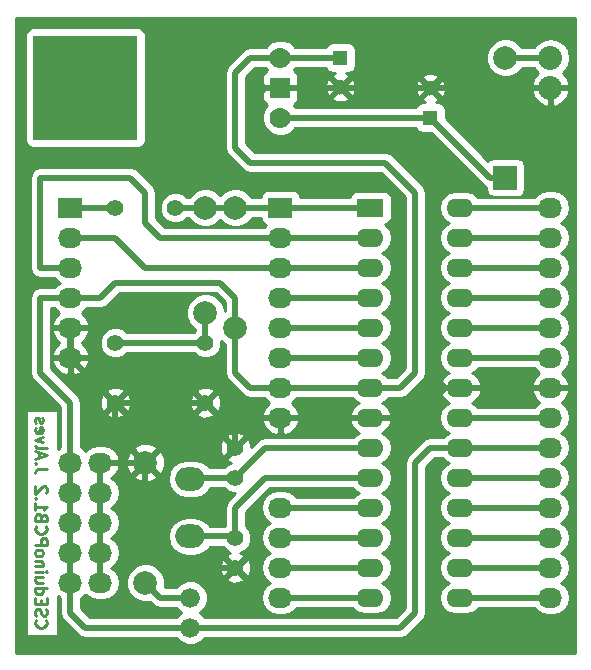
<source format=gbr>
G04 #@! TF.FileFunction,Copper,L2,Bot,Signal*
%FSLAX46Y46*%
G04 Gerber Fmt 4.6, Leading zero omitted, Abs format (unit mm)*
G04 Created by KiCad (PCBNEW (2015-04-05 BZR 5577)-product) date 17-04-2015 10:44:10*
%MOMM*%
G01*
G04 APERTURE LIST*
%ADD10C,0.100000*%
%ADD11C,0.250000*%
%ADD12O,2.032000X1.727200*%
%ADD13R,2.032000X1.727200*%
%ADD14O,2.032000X2.032000*%
%ADD15C,1.300000*%
%ADD16R,1.300000X1.300000*%
%ADD17C,1.397000*%
%ADD18C,1.676400*%
%ADD19O,2.286000X1.574800*%
%ADD20R,2.286000X1.574800*%
%ADD21C,1.998980*%
%ADD22R,8.890000X8.890000*%
%ADD23C,1.778000*%
%ADD24R,1.778000X1.778000*%
%ADD25O,2.499360X1.998980*%
%ADD26R,1.998980X1.998980*%
%ADD27C,0.508000*%
%ADD28C,0.254000*%
G04 APERTURE END LIST*
D10*
D11*
X35202857Y-75571905D02*
X35155238Y-75619524D01*
X35107619Y-75762381D01*
X35107619Y-75857619D01*
X35155238Y-76000477D01*
X35250476Y-76095715D01*
X35345714Y-76143334D01*
X35536190Y-76190953D01*
X35679048Y-76190953D01*
X35869524Y-76143334D01*
X35964762Y-76095715D01*
X36060000Y-76000477D01*
X36107619Y-75857619D01*
X36107619Y-75762381D01*
X36060000Y-75619524D01*
X36012381Y-75571905D01*
X35155238Y-75190953D02*
X35107619Y-75048096D01*
X35107619Y-74810000D01*
X35155238Y-74714762D01*
X35202857Y-74667143D01*
X35298095Y-74619524D01*
X35393333Y-74619524D01*
X35488571Y-74667143D01*
X35536190Y-74714762D01*
X35583810Y-74810000D01*
X35631429Y-75000477D01*
X35679048Y-75095715D01*
X35726667Y-75143334D01*
X35821905Y-75190953D01*
X35917143Y-75190953D01*
X36012381Y-75143334D01*
X36060000Y-75095715D01*
X36107619Y-75000477D01*
X36107619Y-74762381D01*
X36060000Y-74619524D01*
X35631429Y-74190953D02*
X35631429Y-73857619D01*
X35107619Y-73714762D02*
X35107619Y-74190953D01*
X36107619Y-74190953D01*
X36107619Y-73714762D01*
X35107619Y-72857619D02*
X36107619Y-72857619D01*
X35155238Y-72857619D02*
X35107619Y-72952857D01*
X35107619Y-73143334D01*
X35155238Y-73238572D01*
X35202857Y-73286191D01*
X35298095Y-73333810D01*
X35583810Y-73333810D01*
X35679048Y-73286191D01*
X35726667Y-73238572D01*
X35774286Y-73143334D01*
X35774286Y-72952857D01*
X35726667Y-72857619D01*
X35774286Y-71952857D02*
X35107619Y-71952857D01*
X35774286Y-72381429D02*
X35250476Y-72381429D01*
X35155238Y-72333810D01*
X35107619Y-72238572D01*
X35107619Y-72095714D01*
X35155238Y-72000476D01*
X35202857Y-71952857D01*
X35107619Y-71476667D02*
X35774286Y-71476667D01*
X36107619Y-71476667D02*
X36060000Y-71524286D01*
X36012381Y-71476667D01*
X36060000Y-71429048D01*
X36107619Y-71476667D01*
X36012381Y-71476667D01*
X35774286Y-71000477D02*
X35107619Y-71000477D01*
X35679048Y-71000477D02*
X35726667Y-70952858D01*
X35774286Y-70857620D01*
X35774286Y-70714762D01*
X35726667Y-70619524D01*
X35631429Y-70571905D01*
X35107619Y-70571905D01*
X35107619Y-69952858D02*
X35155238Y-70048096D01*
X35202857Y-70095715D01*
X35298095Y-70143334D01*
X35583810Y-70143334D01*
X35679048Y-70095715D01*
X35726667Y-70048096D01*
X35774286Y-69952858D01*
X35774286Y-69810000D01*
X35726667Y-69714762D01*
X35679048Y-69667143D01*
X35583810Y-69619524D01*
X35298095Y-69619524D01*
X35202857Y-69667143D01*
X35155238Y-69714762D01*
X35107619Y-69810000D01*
X35107619Y-69952858D01*
X35107619Y-69190953D02*
X36107619Y-69190953D01*
X36107619Y-68810000D01*
X36060000Y-68714762D01*
X36012381Y-68667143D01*
X35917143Y-68619524D01*
X35774286Y-68619524D01*
X35679048Y-68667143D01*
X35631429Y-68714762D01*
X35583810Y-68810000D01*
X35583810Y-69190953D01*
X35202857Y-67619524D02*
X35155238Y-67667143D01*
X35107619Y-67810000D01*
X35107619Y-67905238D01*
X35155238Y-68048096D01*
X35250476Y-68143334D01*
X35345714Y-68190953D01*
X35536190Y-68238572D01*
X35679048Y-68238572D01*
X35869524Y-68190953D01*
X35964762Y-68143334D01*
X36060000Y-68048096D01*
X36107619Y-67905238D01*
X36107619Y-67810000D01*
X36060000Y-67667143D01*
X36012381Y-67619524D01*
X35631429Y-66857619D02*
X35583810Y-66714762D01*
X35536190Y-66667143D01*
X35440952Y-66619524D01*
X35298095Y-66619524D01*
X35202857Y-66667143D01*
X35155238Y-66714762D01*
X35107619Y-66810000D01*
X35107619Y-67190953D01*
X36107619Y-67190953D01*
X36107619Y-66857619D01*
X36060000Y-66762381D01*
X36012381Y-66714762D01*
X35917143Y-66667143D01*
X35821905Y-66667143D01*
X35726667Y-66714762D01*
X35679048Y-66762381D01*
X35631429Y-66857619D01*
X35631429Y-67190953D01*
X35107619Y-65667143D02*
X35107619Y-66238572D01*
X35107619Y-65952858D02*
X36107619Y-65952858D01*
X35964762Y-66048096D01*
X35869524Y-66143334D01*
X35821905Y-66238572D01*
X35202857Y-65238572D02*
X35155238Y-65190953D01*
X35107619Y-65238572D01*
X35155238Y-65286191D01*
X35202857Y-65238572D01*
X35107619Y-65238572D01*
X36012381Y-64810001D02*
X36060000Y-64762382D01*
X36107619Y-64667144D01*
X36107619Y-64429048D01*
X36060000Y-64333810D01*
X36012381Y-64286191D01*
X35917143Y-64238572D01*
X35821905Y-64238572D01*
X35679048Y-64286191D01*
X35107619Y-64857620D01*
X35107619Y-64238572D01*
X36107619Y-62762381D02*
X35393333Y-62762381D01*
X35250476Y-62810001D01*
X35155238Y-62905239D01*
X35107619Y-63048096D01*
X35107619Y-63143334D01*
X35202857Y-62286191D02*
X35155238Y-62238572D01*
X35107619Y-62286191D01*
X35155238Y-62333810D01*
X35202857Y-62286191D01*
X35107619Y-62286191D01*
X35393333Y-61857620D02*
X35393333Y-61381429D01*
X35107619Y-61952858D02*
X36107619Y-61619525D01*
X35107619Y-61286191D01*
X35107619Y-60810001D02*
X35155238Y-60905239D01*
X35250476Y-60952858D01*
X36107619Y-60952858D01*
X35774286Y-60524286D02*
X35107619Y-60286191D01*
X35774286Y-60048095D01*
X35155238Y-59286190D02*
X35107619Y-59381428D01*
X35107619Y-59571905D01*
X35155238Y-59667143D01*
X35250476Y-59714762D01*
X35631429Y-59714762D01*
X35726667Y-59667143D01*
X35774286Y-59571905D01*
X35774286Y-59381428D01*
X35726667Y-59286190D01*
X35631429Y-59238571D01*
X35536190Y-59238571D01*
X35440952Y-59714762D01*
X35155238Y-58857619D02*
X35107619Y-58762381D01*
X35107619Y-58571905D01*
X35155238Y-58476666D01*
X35250476Y-58429047D01*
X35298095Y-58429047D01*
X35393333Y-58476666D01*
X35440952Y-58571905D01*
X35440952Y-58714762D01*
X35488571Y-58810000D01*
X35583810Y-58857619D01*
X35631429Y-58857619D01*
X35726667Y-58810000D01*
X35774286Y-58714762D01*
X35774286Y-58571905D01*
X35726667Y-58476666D01*
D12*
X40640000Y-62230000D03*
X40640000Y-64770000D03*
X40640000Y-67310000D03*
X40640000Y-69850000D03*
X40640000Y-72390000D03*
X38100000Y-62230000D03*
X38100000Y-64770000D03*
X38100000Y-67310000D03*
X38100000Y-69850000D03*
X38100000Y-72390000D03*
D13*
X38100000Y-40640000D03*
D12*
X38100000Y-43180000D03*
X38100000Y-45720000D03*
X38100000Y-48260000D03*
X38100000Y-50800000D03*
X38100000Y-53340000D03*
D13*
X55880000Y-40640000D03*
D12*
X55880000Y-43180000D03*
X55880000Y-45720000D03*
X55880000Y-48260000D03*
X55880000Y-50800000D03*
X55880000Y-53340000D03*
X55880000Y-55880000D03*
X55880000Y-58420000D03*
D14*
X78740000Y-27940000D03*
X78740000Y-30480000D03*
D12*
X55880000Y-66040000D03*
X55880000Y-68580000D03*
X55880000Y-71120000D03*
X55880000Y-73660000D03*
X78740000Y-73660000D03*
X78740000Y-71120000D03*
X78740000Y-68580000D03*
X78740000Y-66040000D03*
X78740000Y-63500000D03*
X78740000Y-60960000D03*
X78740000Y-58420000D03*
X78740000Y-55880000D03*
X78740000Y-53340000D03*
X78740000Y-50800000D03*
X78740000Y-48260000D03*
X78740000Y-45720000D03*
X78740000Y-43180000D03*
X78740000Y-40640000D03*
D15*
X68580000Y-30520000D03*
D16*
X68580000Y-33020000D03*
D15*
X60960000Y-30440000D03*
D16*
X60960000Y-27940000D03*
D17*
X52070000Y-68580000D03*
X52070000Y-71120000D03*
X52070000Y-63500000D03*
X52070000Y-60960000D03*
D18*
X48260000Y-76200000D03*
X48260000Y-73660000D03*
D19*
X63500000Y-43180000D03*
X63500000Y-45720000D03*
X63500000Y-48260000D03*
X63500000Y-50800000D03*
X63500000Y-53340000D03*
X63500000Y-55880000D03*
X63500000Y-58420000D03*
X63500000Y-60960000D03*
X63500000Y-63500000D03*
X63500000Y-66040000D03*
X63500000Y-68580000D03*
X63500000Y-71120000D03*
X63500000Y-73660000D03*
D20*
X63500000Y-40640000D03*
D19*
X71120000Y-73660000D03*
X71120000Y-71120000D03*
X71120000Y-68580000D03*
X71120000Y-66040000D03*
X71120000Y-63500000D03*
X71120000Y-60960000D03*
X71120000Y-58420000D03*
X71120000Y-55880000D03*
X71120000Y-53340000D03*
X71120000Y-50800000D03*
X71120000Y-48260000D03*
X71120000Y-45720000D03*
X71120000Y-43180000D03*
X71120000Y-40640000D03*
D21*
X44450000Y-72390000D03*
X44450000Y-62230000D03*
X52070000Y-50800000D03*
X52070000Y-40640000D03*
D17*
X49530000Y-52070000D03*
X49530000Y-57150000D03*
X41910000Y-52070000D03*
X41910000Y-57150000D03*
D22*
X39370000Y-30480000D03*
D23*
X55880000Y-33020000D03*
D24*
X55880000Y-30480000D03*
D23*
X55880000Y-27940000D03*
D25*
X48260000Y-68480940D03*
X48260000Y-63599060D03*
D17*
X46990000Y-40640000D03*
X41910000Y-40640000D03*
D21*
X74930000Y-27940000D03*
D26*
X74930000Y-38100000D03*
D21*
X49530000Y-49530000D03*
X49530000Y-40640000D03*
D27*
X44450000Y-62230000D02*
X44450000Y-68580000D01*
X46990000Y-71120000D02*
X52070000Y-71120000D01*
X44450000Y-68580000D02*
X46990000Y-71120000D01*
X49530000Y-57150000D02*
X49530000Y-57150000D01*
X53340000Y-31750000D02*
X53340000Y-34290000D01*
X53340000Y-34290000D02*
X54610000Y-35560000D01*
X41910000Y-57150000D02*
X41910000Y-59690000D01*
X41910000Y-59690000D02*
X41910000Y-57150000D01*
X44450000Y-62230000D02*
X41910000Y-59690000D01*
X40640000Y-62230000D02*
X44450000Y-62230000D01*
X40640000Y-64770000D02*
X40640000Y-62230000D01*
X40640000Y-67310000D02*
X40640000Y-64770000D01*
X40640000Y-69850000D02*
X40640000Y-67310000D01*
X40640000Y-72390000D02*
X40640000Y-69850000D01*
X52070000Y-59690000D02*
X52070000Y-60960000D01*
X50800000Y-58420000D02*
X52070000Y-59690000D01*
X55880000Y-58420000D02*
X50800000Y-58420000D01*
X63500000Y-58420000D02*
X55880000Y-58420000D01*
X49530000Y-57150000D02*
X41910000Y-57150000D01*
X50800000Y-58420000D02*
X49530000Y-57150000D01*
X38100000Y-53340000D02*
X38100000Y-50800000D01*
X41910000Y-57150000D02*
X38100000Y-53340000D01*
X67310000Y-58420000D02*
X69850000Y-55880000D01*
X63500000Y-58420000D02*
X67310000Y-58420000D01*
X69850000Y-55880000D02*
X78740000Y-55880000D01*
X68580000Y-54610000D02*
X69850000Y-55880000D01*
X68580000Y-38100000D02*
X68580000Y-54610000D01*
X66040000Y-35560000D02*
X68580000Y-38100000D01*
X54610000Y-35560000D02*
X66040000Y-35560000D01*
X53340000Y-34290000D02*
X54610000Y-35560000D01*
X53340000Y-31750000D02*
X53340000Y-34290000D01*
X54610000Y-30480000D02*
X53340000Y-31750000D01*
X54570000Y-30520000D02*
X78740000Y-30480000D01*
X73660000Y-38100000D02*
X74930000Y-38100000D01*
X68580000Y-33020000D02*
X73660000Y-38100000D01*
X55880000Y-33020000D02*
X68580000Y-33020000D01*
X39370000Y-76200000D02*
X38100000Y-74930000D01*
X38100000Y-74930000D02*
X38100000Y-57150000D01*
X64770000Y-36830000D02*
X53340000Y-36830000D01*
X52070000Y-29210000D02*
X52070000Y-35560000D01*
X53340000Y-27940000D02*
X52070000Y-29210000D01*
X67310000Y-54610000D02*
X66040000Y-55880000D01*
X67310000Y-54610000D02*
X67310000Y-39370000D01*
X67310000Y-39370000D02*
X64770000Y-36830000D01*
X53340000Y-36830000D02*
X52070000Y-35560000D01*
X40640000Y-48260000D02*
X40640000Y-48260000D01*
X52070000Y-48260000D02*
X52070000Y-50800000D01*
X50800000Y-46990000D02*
X52070000Y-48260000D01*
X41910000Y-46990000D02*
X50800000Y-46990000D01*
X40640000Y-48260000D02*
X41910000Y-46990000D01*
X35560000Y-48260000D02*
X40640000Y-48260000D01*
X35560000Y-54610000D02*
X35560000Y-48260000D01*
X38100000Y-57150000D02*
X35560000Y-54610000D01*
X48260000Y-76200000D02*
X39370000Y-76200000D01*
X68580000Y-60960000D02*
X78740000Y-60960000D01*
X67310000Y-62230000D02*
X68580000Y-60960000D01*
X66040000Y-76200000D02*
X67310000Y-74930000D01*
X67310000Y-74930000D02*
X67310000Y-62230000D01*
X48260000Y-76200000D02*
X66040000Y-76200000D01*
X52070000Y-50800000D02*
X52070000Y-52070000D01*
X52070000Y-52070000D02*
X52070000Y-54610000D01*
X53340000Y-55880000D02*
X55880000Y-55880000D01*
X52070000Y-54610000D02*
X53340000Y-55880000D01*
X53340000Y-27940000D02*
X60960000Y-27940000D01*
X55880000Y-55880000D02*
X66040000Y-55880000D01*
X54610000Y-63500000D02*
X63500000Y-63500000D01*
X52070000Y-66040000D02*
X54610000Y-63500000D01*
X52070000Y-68580000D02*
X52070000Y-66040000D01*
X48260000Y-68480940D02*
X51970940Y-68480940D01*
X51970940Y-63599060D02*
X52070000Y-63500000D01*
X52070000Y-63500000D02*
X52070000Y-63500000D01*
X48359060Y-63500000D02*
X48260000Y-63599060D01*
X52070000Y-63500000D02*
X48359060Y-63500000D01*
X54610000Y-60960000D02*
X52070000Y-63500000D01*
X63500000Y-60960000D02*
X54610000Y-60960000D01*
X49530000Y-52070000D02*
X49530000Y-49530000D01*
X41910000Y-52070000D02*
X49530000Y-52070000D01*
X55880000Y-40640000D02*
X63500000Y-40640000D01*
X52070000Y-40640000D02*
X55880000Y-40640000D01*
X52070000Y-40640000D02*
X46990000Y-40640000D01*
X38100000Y-40640000D02*
X41910000Y-40640000D01*
X74930000Y-27940000D02*
X78740000Y-27940000D01*
X43180000Y-38100000D02*
X44450000Y-39370000D01*
X35560000Y-38100000D02*
X43180000Y-38100000D01*
X55880000Y-43180000D02*
X63500000Y-43180000D01*
X45720000Y-43180000D02*
X55880000Y-43180000D01*
X44450000Y-39370000D02*
X44450000Y-41910000D01*
X44450000Y-41910000D02*
X45720000Y-43180000D01*
X35560000Y-45720000D02*
X35560000Y-38100000D01*
X38100000Y-45720000D02*
X35560000Y-45720000D01*
X41910000Y-43180000D02*
X44450000Y-45720000D01*
X44450000Y-45720000D02*
X55880000Y-45720000D01*
X38100000Y-43180000D02*
X41910000Y-43180000D01*
X55880000Y-45720000D02*
X63500000Y-45720000D01*
X55880000Y-48260000D02*
X63500000Y-48260000D01*
X55880000Y-50800000D02*
X63500000Y-50800000D01*
X55880000Y-53340000D02*
X63500000Y-53340000D01*
X55880000Y-66040000D02*
X63500000Y-66040000D01*
X55880000Y-68580000D02*
X63500000Y-68580000D01*
X55880000Y-71120000D02*
X63500000Y-71120000D01*
X55880000Y-73660000D02*
X63500000Y-73660000D01*
X71120000Y-73660000D02*
X78740000Y-73660000D01*
X71120000Y-71120000D02*
X78740000Y-71120000D01*
X71120000Y-68580000D02*
X78740000Y-68580000D01*
X71120000Y-66040000D02*
X78740000Y-66040000D01*
X71120000Y-63500000D02*
X78740000Y-63500000D01*
X71120000Y-58420000D02*
X78740000Y-58420000D01*
X71120000Y-53340000D02*
X78740000Y-53340000D01*
X71120000Y-50800000D02*
X78740000Y-50800000D01*
X71120000Y-48260000D02*
X78740000Y-48260000D01*
X71120000Y-45720000D02*
X78740000Y-45720000D01*
X71120000Y-43180000D02*
X78740000Y-43180000D01*
X71120000Y-40640000D02*
X78740000Y-40640000D01*
X45720000Y-73660000D02*
X44450000Y-72390000D01*
X48260000Y-73660000D02*
X45720000Y-73660000D01*
D28*
G36*
X80849000Y-78309000D02*
X80423345Y-78309000D01*
X80423345Y-73660000D01*
X80309271Y-73086511D01*
X79984415Y-72600330D01*
X79669634Y-72390000D01*
X79984415Y-72179670D01*
X80309271Y-71693489D01*
X80423345Y-71120000D01*
X80309271Y-70546511D01*
X79984415Y-70060330D01*
X79669634Y-69850000D01*
X79984415Y-69639670D01*
X80309271Y-69153489D01*
X80423345Y-68580000D01*
X80309271Y-68006511D01*
X79984415Y-67520330D01*
X79669634Y-67310000D01*
X79984415Y-67099670D01*
X80309271Y-66613489D01*
X80423345Y-66040000D01*
X80309271Y-65466511D01*
X79984415Y-64980330D01*
X79669634Y-64770000D01*
X79984415Y-64559670D01*
X80309271Y-64073489D01*
X80423345Y-63500000D01*
X80309271Y-62926511D01*
X79984415Y-62440330D01*
X79669634Y-62230000D01*
X79984415Y-62019670D01*
X80309271Y-61533489D01*
X80423345Y-60960000D01*
X80309271Y-60386511D01*
X79984415Y-59900330D01*
X79669634Y-59690000D01*
X79984415Y-59479670D01*
X80309271Y-58993489D01*
X80423345Y-58420000D01*
X80423345Y-53340000D01*
X80309271Y-52766511D01*
X79984415Y-52280330D01*
X79669634Y-52070000D01*
X79984415Y-51859670D01*
X80309271Y-51373489D01*
X80423345Y-50800000D01*
X80309271Y-50226511D01*
X79984415Y-49740330D01*
X79669634Y-49530000D01*
X79984415Y-49319670D01*
X80309271Y-48833489D01*
X80423345Y-48260000D01*
X80309271Y-47686511D01*
X79984415Y-47200330D01*
X79669634Y-46990000D01*
X79984415Y-46779670D01*
X80309271Y-46293489D01*
X80423345Y-45720000D01*
X80309271Y-45146511D01*
X79984415Y-44660330D01*
X79669634Y-44450000D01*
X79984415Y-44239670D01*
X80309271Y-43753489D01*
X80423345Y-43180000D01*
X80309271Y-42606511D01*
X79984415Y-42120330D01*
X79669634Y-41910000D01*
X79984415Y-41699670D01*
X80309271Y-41213489D01*
X80423345Y-40640000D01*
X80423345Y-27940000D01*
X80297670Y-27308190D01*
X79939778Y-26772567D01*
X79404155Y-26414675D01*
X78772345Y-26289000D01*
X78707655Y-26289000D01*
X78075845Y-26414675D01*
X77540222Y-26772567D01*
X77354178Y-27051000D01*
X76331194Y-27051000D01*
X76316462Y-27015345D01*
X75857073Y-26555154D01*
X75256547Y-26305794D01*
X74606306Y-26305226D01*
X74005345Y-26553538D01*
X73545154Y-27012927D01*
X73295794Y-27613453D01*
X73295226Y-28263694D01*
X73543538Y-28864655D01*
X74002927Y-29324846D01*
X74603453Y-29574206D01*
X75253694Y-29574774D01*
X75854655Y-29326462D01*
X76314846Y-28867073D01*
X76330655Y-28829000D01*
X77354178Y-28829000D01*
X77540222Y-29107433D01*
X77703354Y-29216434D01*
X77333615Y-29615182D01*
X77134025Y-30097056D01*
X77253164Y-30353000D01*
X78613000Y-30353000D01*
X78613000Y-30333000D01*
X78867000Y-30333000D01*
X78867000Y-30353000D01*
X80226836Y-30353000D01*
X80345975Y-30097056D01*
X80146385Y-29615182D01*
X79776645Y-29216434D01*
X79939778Y-29107433D01*
X80297670Y-28571810D01*
X80423345Y-27940000D01*
X80423345Y-40640000D01*
X80345975Y-40251034D01*
X80345975Y-30862944D01*
X80226836Y-30607000D01*
X78867000Y-30607000D01*
X78867000Y-31967367D01*
X79122946Y-32085983D01*
X79708379Y-31817188D01*
X80146385Y-31344818D01*
X80345975Y-30862944D01*
X80345975Y-40251034D01*
X80309271Y-40066511D01*
X79984415Y-39580330D01*
X79498234Y-39255474D01*
X78924745Y-39141400D01*
X78613000Y-39141400D01*
X78613000Y-31967367D01*
X78613000Y-30607000D01*
X77253164Y-30607000D01*
X77134025Y-30862944D01*
X77333615Y-31344818D01*
X77771621Y-31817188D01*
X78357054Y-32085983D01*
X78613000Y-31967367D01*
X78613000Y-39141400D01*
X78555255Y-39141400D01*
X77981766Y-39255474D01*
X77495585Y-39580330D01*
X77381546Y-39751000D01*
X76576930Y-39751000D01*
X76576930Y-39099490D01*
X76576930Y-37100510D01*
X76529953Y-36858387D01*
X76390163Y-36645583D01*
X76179130Y-36503133D01*
X75929490Y-36453070D01*
X73930510Y-36453070D01*
X73688387Y-36500047D01*
X73475583Y-36639837D01*
X73468123Y-36650887D01*
X69877622Y-33060386D01*
X69877622Y-30700922D01*
X69848083Y-30190572D01*
X69709611Y-29856271D01*
X69479016Y-29800590D01*
X69299410Y-29980195D01*
X69299410Y-29620984D01*
X69243729Y-29390389D01*
X68760922Y-29222378D01*
X68250572Y-29251917D01*
X67916271Y-29390389D01*
X67860590Y-29620984D01*
X68580000Y-30340395D01*
X69299410Y-29620984D01*
X69299410Y-29980195D01*
X68759605Y-30520000D01*
X69479016Y-31239410D01*
X69709611Y-31183729D01*
X69877622Y-30700922D01*
X69877622Y-33060386D01*
X69877440Y-33060204D01*
X69877440Y-32370000D01*
X69830463Y-32127877D01*
X69690673Y-31915073D01*
X69479640Y-31772623D01*
X69230000Y-31722560D01*
X69067614Y-31722560D01*
X69243729Y-31649611D01*
X69299410Y-31419016D01*
X68580000Y-30699605D01*
X68400395Y-30879210D01*
X68400395Y-30520000D01*
X67680984Y-29800590D01*
X67450389Y-29856271D01*
X67282378Y-30339078D01*
X67311917Y-30849428D01*
X67450389Y-31183729D01*
X67680984Y-31239410D01*
X68400395Y-30520000D01*
X68400395Y-30879210D01*
X67860590Y-31419016D01*
X67916271Y-31649611D01*
X68125901Y-31722560D01*
X67930000Y-31722560D01*
X67687877Y-31769537D01*
X67475073Y-31909327D01*
X67332623Y-32120360D01*
X67330489Y-32131000D01*
X62257622Y-32131000D01*
X62257622Y-30620922D01*
X62228083Y-30110572D01*
X62089611Y-29776271D01*
X61859016Y-29720590D01*
X61139605Y-30440000D01*
X61859016Y-31159410D01*
X62089611Y-31103729D01*
X62257622Y-30620922D01*
X62257622Y-32131000D01*
X61679410Y-32131000D01*
X61679410Y-31339016D01*
X60960000Y-30619605D01*
X60780395Y-30799210D01*
X60780395Y-30440000D01*
X60060984Y-29720590D01*
X59830389Y-29776271D01*
X59662378Y-30259078D01*
X59691917Y-30769428D01*
X59830389Y-31103729D01*
X60060984Y-31159410D01*
X60780395Y-30440000D01*
X60780395Y-30799210D01*
X60240590Y-31339016D01*
X60296271Y-31569611D01*
X60779078Y-31737622D01*
X61289428Y-31708083D01*
X61623729Y-31569611D01*
X61679410Y-31339016D01*
X61679410Y-32131000D01*
X57145933Y-32131000D01*
X56982926Y-31967707D01*
X57128698Y-31907327D01*
X57307327Y-31728699D01*
X57404000Y-31495310D01*
X57404000Y-31242691D01*
X57404000Y-30765750D01*
X57245250Y-30607000D01*
X56007000Y-30607000D01*
X56007000Y-30627000D01*
X55753000Y-30627000D01*
X55753000Y-30607000D01*
X54514750Y-30607000D01*
X54356000Y-30765750D01*
X54356000Y-31242691D01*
X54356000Y-31495310D01*
X54452673Y-31728699D01*
X54631302Y-31907327D01*
X54777011Y-31967681D01*
X54588769Y-32155596D01*
X54356265Y-32715528D01*
X54355736Y-33321812D01*
X54587262Y-33882149D01*
X55015596Y-34311231D01*
X55575528Y-34543735D01*
X56181812Y-34544264D01*
X56742149Y-34312738D01*
X57146592Y-33909000D01*
X67328931Y-33909000D01*
X67329537Y-33912123D01*
X67469327Y-34124927D01*
X67680360Y-34267377D01*
X67930000Y-34317440D01*
X68620204Y-34317440D01*
X73031382Y-38728618D01*
X73283070Y-38896790D01*
X73283070Y-39099490D01*
X73330047Y-39341613D01*
X73469837Y-39554417D01*
X73680870Y-39696867D01*
X73930510Y-39746930D01*
X75929490Y-39746930D01*
X76171613Y-39699953D01*
X76384417Y-39560163D01*
X76526867Y-39349130D01*
X76576930Y-39099490D01*
X76576930Y-39751000D01*
X72594257Y-39751000D01*
X72516222Y-39634211D01*
X72054762Y-39325874D01*
X71510433Y-39217600D01*
X70729567Y-39217600D01*
X70185238Y-39325874D01*
X69723778Y-39634211D01*
X69415441Y-40095671D01*
X69307167Y-40640000D01*
X69415441Y-41184329D01*
X69723778Y-41645789D01*
X70119198Y-41910000D01*
X69723778Y-42174211D01*
X69415441Y-42635671D01*
X69307167Y-43180000D01*
X69415441Y-43724329D01*
X69723778Y-44185789D01*
X70119198Y-44450000D01*
X69723778Y-44714211D01*
X69415441Y-45175671D01*
X69307167Y-45720000D01*
X69415441Y-46264329D01*
X69723778Y-46725789D01*
X70119198Y-46990000D01*
X69723778Y-47254211D01*
X69415441Y-47715671D01*
X69307167Y-48260000D01*
X69415441Y-48804329D01*
X69723778Y-49265789D01*
X70119198Y-49530000D01*
X69723778Y-49794211D01*
X69415441Y-50255671D01*
X69307167Y-50800000D01*
X69415441Y-51344329D01*
X69723778Y-51805789D01*
X70119198Y-52070000D01*
X69723778Y-52334211D01*
X69415441Y-52795671D01*
X69307167Y-53340000D01*
X69415441Y-53884329D01*
X69723778Y-54345789D01*
X70118829Y-54609753D01*
X70102738Y-54614475D01*
X69668809Y-54964014D01*
X69401673Y-55453004D01*
X69384990Y-55532940D01*
X69507148Y-55753000D01*
X70993000Y-55753000D01*
X70993000Y-55733000D01*
X71247000Y-55733000D01*
X71247000Y-55753000D01*
X72732852Y-55753000D01*
X72855010Y-55532940D01*
X72838327Y-55453004D01*
X72571191Y-54964014D01*
X72137262Y-54614475D01*
X72121170Y-54609753D01*
X72516222Y-54345789D01*
X72594257Y-54229000D01*
X77381546Y-54229000D01*
X77495585Y-54399670D01*
X77805069Y-54606460D01*
X77389268Y-54977964D01*
X77135291Y-55505209D01*
X77132642Y-55520974D01*
X77253783Y-55753000D01*
X78613000Y-55753000D01*
X78613000Y-55733000D01*
X78867000Y-55733000D01*
X78867000Y-55753000D01*
X80226217Y-55753000D01*
X80347358Y-55520974D01*
X80344709Y-55505209D01*
X80090732Y-54977964D01*
X79674930Y-54606460D01*
X79984415Y-54399670D01*
X80309271Y-53913489D01*
X80423345Y-53340000D01*
X80423345Y-58420000D01*
X80309271Y-57846511D01*
X79984415Y-57360330D01*
X79674930Y-57153539D01*
X80090732Y-56782036D01*
X80344709Y-56254791D01*
X80347358Y-56239026D01*
X80226217Y-56007000D01*
X78867000Y-56007000D01*
X78867000Y-56027000D01*
X78613000Y-56027000D01*
X78613000Y-56007000D01*
X77253783Y-56007000D01*
X77132642Y-56239026D01*
X77135291Y-56254791D01*
X77389268Y-56782036D01*
X77805069Y-57153539D01*
X77495585Y-57360330D01*
X77381546Y-57531000D01*
X72594257Y-57531000D01*
X72516222Y-57414211D01*
X72121170Y-57150246D01*
X72137262Y-57145525D01*
X72571191Y-56795986D01*
X72838327Y-56306996D01*
X72855010Y-56227060D01*
X72732852Y-56007000D01*
X71247000Y-56007000D01*
X71247000Y-56027000D01*
X70993000Y-56027000D01*
X70993000Y-56007000D01*
X69507148Y-56007000D01*
X69384990Y-56227060D01*
X69401673Y-56306996D01*
X69668809Y-56795986D01*
X70102738Y-57145525D01*
X70118829Y-57150246D01*
X69723778Y-57414211D01*
X69415441Y-57875671D01*
X69307167Y-58420000D01*
X69415441Y-58964329D01*
X69723778Y-59425789D01*
X70119198Y-59690000D01*
X69723778Y-59954211D01*
X69645742Y-60071000D01*
X68580000Y-60071000D01*
X68239794Y-60138671D01*
X67951382Y-60331382D01*
X66681382Y-61601382D01*
X66488671Y-61889794D01*
X66421000Y-62230000D01*
X66421000Y-74561764D01*
X65671764Y-75311000D01*
X65312833Y-75311000D01*
X65312833Y-73660000D01*
X65204559Y-73115671D01*
X64896222Y-72654211D01*
X64500801Y-72390000D01*
X64896222Y-72125789D01*
X65204559Y-71664329D01*
X65312833Y-71120000D01*
X65204559Y-70575671D01*
X64896222Y-70114211D01*
X64500801Y-69850000D01*
X64896222Y-69585789D01*
X65204559Y-69124329D01*
X65312833Y-68580000D01*
X65204559Y-68035671D01*
X64896222Y-67574211D01*
X64500801Y-67310000D01*
X64896222Y-67045789D01*
X65204559Y-66584329D01*
X65312833Y-66040000D01*
X65204559Y-65495671D01*
X64896222Y-65034211D01*
X64500801Y-64770000D01*
X64896222Y-64505789D01*
X65204559Y-64044329D01*
X65312833Y-63500000D01*
X65204559Y-62955671D01*
X64896222Y-62494211D01*
X64500801Y-62230000D01*
X64896222Y-61965789D01*
X65204559Y-61504329D01*
X65312833Y-60960000D01*
X65204559Y-60415671D01*
X64896222Y-59954211D01*
X64501170Y-59690246D01*
X64517262Y-59685525D01*
X64951191Y-59335986D01*
X65218327Y-58846996D01*
X65235010Y-58767060D01*
X65112852Y-58547000D01*
X63627000Y-58547000D01*
X63627000Y-58567000D01*
X63373000Y-58567000D01*
X63373000Y-58547000D01*
X61887148Y-58547000D01*
X61764990Y-58767060D01*
X61781673Y-58846996D01*
X62048809Y-59335986D01*
X62482738Y-59685525D01*
X62498829Y-59690246D01*
X62103778Y-59954211D01*
X62025742Y-60071000D01*
X57487358Y-60071000D01*
X57487358Y-58779026D01*
X57366217Y-58547000D01*
X56007000Y-58547000D01*
X56007000Y-59760924D01*
X56241913Y-59905184D01*
X56794320Y-59711954D01*
X57230732Y-59322036D01*
X57484709Y-58794791D01*
X57487358Y-58779026D01*
X57487358Y-60071000D01*
X55753000Y-60071000D01*
X55753000Y-59760924D01*
X55753000Y-58547000D01*
X54393783Y-58547000D01*
X54272642Y-58779026D01*
X54275291Y-58794791D01*
X54529268Y-59322036D01*
X54965680Y-59711954D01*
X55518087Y-59905184D01*
X55753000Y-59760924D01*
X55753000Y-60071000D01*
X54610000Y-60071000D01*
X54269794Y-60138671D01*
X53981382Y-60331382D01*
X53402751Y-60910012D01*
X53387148Y-60622801D01*
X53239800Y-60267071D01*
X53004188Y-60205417D01*
X52824583Y-60385022D01*
X52824583Y-60025812D01*
X52762929Y-59790200D01*
X52262520Y-59614073D01*
X51732801Y-59642852D01*
X51377071Y-59790200D01*
X51315417Y-60025812D01*
X52070000Y-60780395D01*
X52824583Y-60025812D01*
X52824583Y-60385022D01*
X52249605Y-60960000D01*
X52263747Y-60974142D01*
X52084142Y-61153747D01*
X52070000Y-61139605D01*
X51890395Y-61319210D01*
X51890395Y-60960000D01*
X51135812Y-60205417D01*
X50900200Y-60267071D01*
X50875927Y-60336035D01*
X50875927Y-57342520D01*
X50847148Y-56812801D01*
X50699800Y-56457071D01*
X50464188Y-56395417D01*
X50284583Y-56575022D01*
X50284583Y-56215812D01*
X50222929Y-55980200D01*
X49722520Y-55804073D01*
X49192801Y-55832852D01*
X48837071Y-55980200D01*
X48775417Y-56215812D01*
X49530000Y-56970395D01*
X50284583Y-56215812D01*
X50284583Y-56575022D01*
X49709605Y-57150000D01*
X50464188Y-57904583D01*
X50699800Y-57842929D01*
X50875927Y-57342520D01*
X50875927Y-60336035D01*
X50724073Y-60767480D01*
X50752852Y-61297199D01*
X50900200Y-61652929D01*
X51135812Y-61714583D01*
X51890395Y-60960000D01*
X51890395Y-61319210D01*
X51315417Y-61894188D01*
X51377071Y-62129800D01*
X51656311Y-62228083D01*
X51315620Y-62368854D01*
X51073051Y-62611000D01*
X50284583Y-62611000D01*
X50284583Y-58084188D01*
X49530000Y-57329605D01*
X49350395Y-57509210D01*
X49350395Y-57150000D01*
X48595812Y-56395417D01*
X48360200Y-56457071D01*
X48184073Y-56957480D01*
X48212852Y-57487199D01*
X48360200Y-57842929D01*
X48595812Y-57904583D01*
X49350395Y-57150000D01*
X49350395Y-57509210D01*
X48775417Y-58084188D01*
X48837071Y-58319800D01*
X49337480Y-58495927D01*
X49867199Y-58467148D01*
X50222929Y-58319800D01*
X50284583Y-58084188D01*
X50284583Y-62611000D01*
X49814924Y-62611000D01*
X49702872Y-62443301D01*
X49172605Y-62088988D01*
X48547113Y-61964570D01*
X47972887Y-61964570D01*
X47347395Y-62088988D01*
X46817128Y-62443301D01*
X46462815Y-62973568D01*
X46338397Y-63599060D01*
X46462815Y-64224552D01*
X46817128Y-64754819D01*
X47347395Y-65109132D01*
X47972887Y-65233550D01*
X48547113Y-65233550D01*
X49172605Y-65109132D01*
X49702872Y-64754819D01*
X49947304Y-64389000D01*
X51073239Y-64389000D01*
X51313647Y-64629827D01*
X51803587Y-64833268D01*
X52019307Y-64833456D01*
X51441382Y-65411382D01*
X51248671Y-65699794D01*
X51181000Y-66040000D01*
X51181000Y-67583239D01*
X51172284Y-67591940D01*
X49881114Y-67591940D01*
X49702872Y-67325181D01*
X49172605Y-66970868D01*
X48547113Y-66846450D01*
X47972887Y-66846450D01*
X47347395Y-66970868D01*
X46817128Y-67325181D01*
X46462815Y-67855448D01*
X46338397Y-68480940D01*
X46462815Y-69106432D01*
X46817128Y-69636699D01*
X47347395Y-69991012D01*
X47972887Y-70115430D01*
X48547113Y-70115430D01*
X49172605Y-69991012D01*
X49702872Y-69636699D01*
X49881114Y-69369940D01*
X50974352Y-69369940D01*
X51313647Y-69709827D01*
X51635118Y-69843313D01*
X51377071Y-69950200D01*
X51315417Y-70185812D01*
X52070000Y-70940395D01*
X52824583Y-70185812D01*
X52762929Y-69950200D01*
X52483688Y-69851916D01*
X52824380Y-69711146D01*
X53199827Y-69336353D01*
X53403268Y-68846413D01*
X53403731Y-68315914D01*
X53201146Y-67825620D01*
X52959000Y-67583051D01*
X52959000Y-66408236D01*
X54978236Y-64389000D01*
X62025742Y-64389000D01*
X62103778Y-64505789D01*
X62499198Y-64770000D01*
X62103778Y-65034211D01*
X62025742Y-65151000D01*
X57238453Y-65151000D01*
X57124415Y-64980330D01*
X56638234Y-64655474D01*
X56064745Y-64541400D01*
X55695255Y-64541400D01*
X55121766Y-64655474D01*
X54635585Y-64980330D01*
X54310729Y-65466511D01*
X54196655Y-66040000D01*
X54310729Y-66613489D01*
X54635585Y-67099670D01*
X54950365Y-67310000D01*
X54635585Y-67520330D01*
X54310729Y-68006511D01*
X54196655Y-68580000D01*
X54310729Y-69153489D01*
X54635585Y-69639670D01*
X54950365Y-69850000D01*
X54635585Y-70060330D01*
X54310729Y-70546511D01*
X54196655Y-71120000D01*
X54310729Y-71693489D01*
X54635585Y-72179670D01*
X54950365Y-72390000D01*
X54635585Y-72600330D01*
X54310729Y-73086511D01*
X54196655Y-73660000D01*
X54310729Y-74233489D01*
X54635585Y-74719670D01*
X55121766Y-75044526D01*
X55695255Y-75158600D01*
X56064745Y-75158600D01*
X56638234Y-75044526D01*
X57124415Y-74719670D01*
X57238453Y-74549000D01*
X62025742Y-74549000D01*
X62103778Y-74665789D01*
X62565238Y-74974126D01*
X63109567Y-75082400D01*
X63890433Y-75082400D01*
X64434762Y-74974126D01*
X64896222Y-74665789D01*
X65204559Y-74204329D01*
X65312833Y-73660000D01*
X65312833Y-75311000D01*
X53415927Y-75311000D01*
X53415927Y-71312520D01*
X53387148Y-70782801D01*
X53239800Y-70427071D01*
X53004188Y-70365417D01*
X52249605Y-71120000D01*
X53004188Y-71874583D01*
X53239800Y-71812929D01*
X53415927Y-71312520D01*
X53415927Y-75311000D01*
X52824583Y-75311000D01*
X52824583Y-72054188D01*
X52070000Y-71299605D01*
X51890395Y-71479210D01*
X51890395Y-71120000D01*
X51135812Y-70365417D01*
X50900200Y-70427071D01*
X50724073Y-70927480D01*
X50752852Y-71457199D01*
X50900200Y-71812929D01*
X51135812Y-71874583D01*
X51890395Y-71120000D01*
X51890395Y-71479210D01*
X51315417Y-72054188D01*
X51377071Y-72289800D01*
X51877480Y-72465927D01*
X52407199Y-72437148D01*
X52762929Y-72289800D01*
X52824583Y-72054188D01*
X52824583Y-75311000D01*
X49454154Y-75311000D01*
X49095591Y-74951810D01*
X49043608Y-74930224D01*
X49093411Y-74909647D01*
X49508190Y-74495591D01*
X49732944Y-73954323D01*
X49733455Y-73368248D01*
X49509647Y-72826589D01*
X49095591Y-72411810D01*
X48554323Y-72187056D01*
X47968248Y-72186545D01*
X47426589Y-72410353D01*
X47065312Y-72771000D01*
X46095401Y-72771000D01*
X46095401Y-62494418D01*
X46071341Y-61844623D01*
X45868965Y-61356042D01*
X45602163Y-61257443D01*
X45422557Y-61437048D01*
X45422557Y-61077837D01*
X45323958Y-60811035D01*
X44714418Y-60584599D01*
X44064623Y-60608659D01*
X43576042Y-60811035D01*
X43477443Y-61077837D01*
X44450000Y-62050395D01*
X45422557Y-61077837D01*
X45422557Y-61437048D01*
X44629605Y-62230000D01*
X45602163Y-63202557D01*
X45868965Y-63103958D01*
X46095401Y-62494418D01*
X46095401Y-72771000D01*
X46088236Y-72771000D01*
X46069411Y-72752175D01*
X46084206Y-72716547D01*
X46084774Y-72066306D01*
X45836462Y-71465345D01*
X45422557Y-71050717D01*
X45422557Y-63382163D01*
X44450000Y-62409605D01*
X44270395Y-62589210D01*
X44270395Y-62230000D01*
X43297837Y-61257443D01*
X43255927Y-61272931D01*
X43255927Y-57342520D01*
X43227148Y-56812801D01*
X43079800Y-56457071D01*
X42844188Y-56395417D01*
X42664583Y-56575022D01*
X42664583Y-56215812D01*
X42602929Y-55980200D01*
X42102520Y-55804073D01*
X41572801Y-55832852D01*
X41217071Y-55980200D01*
X41155417Y-56215812D01*
X41910000Y-56970395D01*
X42664583Y-56215812D01*
X42664583Y-56575022D01*
X42089605Y-57150000D01*
X42844188Y-57904583D01*
X43079800Y-57842929D01*
X43255927Y-57342520D01*
X43255927Y-61272931D01*
X43031035Y-61356042D01*
X42804599Y-61965582D01*
X42828659Y-62615377D01*
X43031035Y-63103958D01*
X43297837Y-63202557D01*
X44270395Y-62230000D01*
X44270395Y-62589210D01*
X43477443Y-63382163D01*
X43576042Y-63648965D01*
X44185582Y-63875401D01*
X44835377Y-63851341D01*
X45323958Y-63648965D01*
X45422557Y-63382163D01*
X45422557Y-71050717D01*
X45377073Y-71005154D01*
X44776547Y-70755794D01*
X44126306Y-70755226D01*
X43525345Y-71003538D01*
X43065154Y-71462927D01*
X42815794Y-72063453D01*
X42815226Y-72713694D01*
X43063538Y-73314655D01*
X43522927Y-73774846D01*
X44123453Y-74024206D01*
X44773694Y-74024774D01*
X44811794Y-74009030D01*
X45091382Y-74288618D01*
X45379794Y-74481329D01*
X45379795Y-74481329D01*
X45720000Y-74549000D01*
X47065845Y-74549000D01*
X47424409Y-74908190D01*
X47476391Y-74929775D01*
X47426589Y-74950353D01*
X47065312Y-75311000D01*
X42664583Y-75311000D01*
X42664583Y-58084188D01*
X41910000Y-57329605D01*
X41730395Y-57509210D01*
X41730395Y-57150000D01*
X40975812Y-56395417D01*
X40740200Y-56457071D01*
X40564073Y-56957480D01*
X40592852Y-57487199D01*
X40740200Y-57842929D01*
X40975812Y-57904583D01*
X41730395Y-57150000D01*
X41730395Y-57509210D01*
X41155417Y-58084188D01*
X41217071Y-58319800D01*
X41717480Y-58495927D01*
X42247199Y-58467148D01*
X42602929Y-58319800D01*
X42664583Y-58084188D01*
X42664583Y-75311000D01*
X39738236Y-75311000D01*
X38989000Y-74561764D01*
X38989000Y-73687150D01*
X39344415Y-73449670D01*
X39370000Y-73411379D01*
X39395585Y-73449670D01*
X39881766Y-73774526D01*
X40455255Y-73888600D01*
X40824745Y-73888600D01*
X41398234Y-73774526D01*
X41884415Y-73449670D01*
X42209271Y-72963489D01*
X42323345Y-72390000D01*
X42209271Y-71816511D01*
X41884415Y-71330330D01*
X41569634Y-71120000D01*
X41884415Y-70909670D01*
X42209271Y-70423489D01*
X42323345Y-69850000D01*
X42209271Y-69276511D01*
X41884415Y-68790330D01*
X41569634Y-68580000D01*
X41884415Y-68369670D01*
X42209271Y-67883489D01*
X42323345Y-67310000D01*
X42209271Y-66736511D01*
X41884415Y-66250330D01*
X41569634Y-66040000D01*
X41884415Y-65829670D01*
X42209271Y-65343489D01*
X42323345Y-64770000D01*
X42209271Y-64196511D01*
X41884415Y-63710330D01*
X41569634Y-63500000D01*
X41884415Y-63289670D01*
X42209271Y-62803489D01*
X42323345Y-62230000D01*
X42209271Y-61656511D01*
X41884415Y-61170330D01*
X41398234Y-60845474D01*
X40824745Y-60731400D01*
X40455255Y-60731400D01*
X39881766Y-60845474D01*
X39707358Y-60962009D01*
X39707358Y-53699026D01*
X39707358Y-52980974D01*
X39704709Y-52965209D01*
X39450732Y-52437964D01*
X39038891Y-52070000D01*
X39450732Y-51702036D01*
X39704709Y-51174791D01*
X39707358Y-51159026D01*
X39586217Y-50927000D01*
X38227000Y-50927000D01*
X38227000Y-51999076D01*
X38227000Y-52140924D01*
X38227000Y-53213000D01*
X39586217Y-53213000D01*
X39707358Y-52980974D01*
X39707358Y-53699026D01*
X39586217Y-53467000D01*
X38227000Y-53467000D01*
X38227000Y-54680924D01*
X38461913Y-54825184D01*
X39014320Y-54631954D01*
X39450732Y-54242036D01*
X39704709Y-53714791D01*
X39707358Y-53699026D01*
X39707358Y-60962009D01*
X39395585Y-61170330D01*
X39370000Y-61208620D01*
X39344415Y-61170330D01*
X38989000Y-60932849D01*
X38989000Y-57150000D01*
X38921329Y-56809794D01*
X38728618Y-56521382D01*
X37973000Y-55765764D01*
X37973000Y-54680924D01*
X37973000Y-53467000D01*
X37973000Y-53213000D01*
X37973000Y-52140924D01*
X37973000Y-51999076D01*
X37973000Y-50927000D01*
X36613783Y-50927000D01*
X36492642Y-51159026D01*
X36495291Y-51174791D01*
X36749268Y-51702036D01*
X37161108Y-52070000D01*
X36749268Y-52437964D01*
X36495291Y-52965209D01*
X36492642Y-52980974D01*
X36613783Y-53213000D01*
X37973000Y-53213000D01*
X37973000Y-53467000D01*
X36613783Y-53467000D01*
X36492642Y-53699026D01*
X36495291Y-53714791D01*
X36749268Y-54242036D01*
X37185680Y-54631954D01*
X37738087Y-54825184D01*
X37973000Y-54680924D01*
X37973000Y-55765764D01*
X36449000Y-54241764D01*
X36449000Y-49149000D01*
X36741546Y-49149000D01*
X36855585Y-49319670D01*
X37165069Y-49526460D01*
X36749268Y-49897964D01*
X36495291Y-50425209D01*
X36492642Y-50440974D01*
X36613783Y-50673000D01*
X37973000Y-50673000D01*
X37973000Y-50653000D01*
X38227000Y-50653000D01*
X38227000Y-50673000D01*
X39586217Y-50673000D01*
X39707358Y-50440974D01*
X39704709Y-50425209D01*
X39450732Y-49897964D01*
X39034930Y-49526460D01*
X39344415Y-49319670D01*
X39458453Y-49149000D01*
X40640000Y-49149000D01*
X40980205Y-49081329D01*
X40980206Y-49081329D01*
X41268618Y-48888618D01*
X42278236Y-47879000D01*
X50431764Y-47879000D01*
X51181000Y-48628236D01*
X51181000Y-49398805D01*
X51164599Y-49405582D01*
X51164774Y-49206306D01*
X50916462Y-48605345D01*
X50457073Y-48145154D01*
X49856547Y-47895794D01*
X49206306Y-47895226D01*
X48605345Y-48143538D01*
X48145154Y-48602927D01*
X47895794Y-49203453D01*
X47895226Y-49853694D01*
X48143538Y-50454655D01*
X48602927Y-50914846D01*
X48641000Y-50930655D01*
X48641000Y-51073239D01*
X48533051Y-51181000D01*
X42906760Y-51181000D01*
X42666353Y-50940173D01*
X42176413Y-50736732D01*
X41645914Y-50736269D01*
X41155620Y-50938854D01*
X40780173Y-51313647D01*
X40576732Y-51803587D01*
X40576269Y-52334086D01*
X40778854Y-52824380D01*
X41153647Y-53199827D01*
X41643587Y-53403268D01*
X42174086Y-53403731D01*
X42664380Y-53201146D01*
X42906948Y-52959000D01*
X48533239Y-52959000D01*
X48773647Y-53199827D01*
X49263587Y-53403268D01*
X49794086Y-53403731D01*
X50284380Y-53201146D01*
X50659827Y-52826353D01*
X50863268Y-52336413D01*
X50863644Y-51905075D01*
X51142927Y-52184846D01*
X51181000Y-52200655D01*
X51181000Y-54610000D01*
X51248671Y-54950206D01*
X51441382Y-55238618D01*
X52711382Y-56508618D01*
X52999794Y-56701329D01*
X52999795Y-56701329D01*
X53340000Y-56769000D01*
X54521546Y-56769000D01*
X54635585Y-56939670D01*
X54945069Y-57146460D01*
X54529268Y-57517964D01*
X54275291Y-58045209D01*
X54272642Y-58060974D01*
X54393783Y-58293000D01*
X55753000Y-58293000D01*
X55753000Y-58273000D01*
X56007000Y-58273000D01*
X56007000Y-58293000D01*
X57366217Y-58293000D01*
X57487358Y-58060974D01*
X57484709Y-58045209D01*
X57230732Y-57517964D01*
X56814930Y-57146460D01*
X57124415Y-56939670D01*
X57238453Y-56769000D01*
X62025742Y-56769000D01*
X62103778Y-56885789D01*
X62498829Y-57149753D01*
X62482738Y-57154475D01*
X62048809Y-57504014D01*
X61781673Y-57993004D01*
X61764990Y-58072940D01*
X61887148Y-58293000D01*
X63373000Y-58293000D01*
X63373000Y-58273000D01*
X63627000Y-58273000D01*
X63627000Y-58293000D01*
X65112852Y-58293000D01*
X65235010Y-58072940D01*
X65218327Y-57993004D01*
X64951191Y-57504014D01*
X64517262Y-57154475D01*
X64501170Y-57149753D01*
X64896222Y-56885789D01*
X64974257Y-56769000D01*
X66040000Y-56769000D01*
X66380205Y-56701329D01*
X66380206Y-56701329D01*
X66668618Y-56508618D01*
X67938618Y-55238618D01*
X68131329Y-54950206D01*
X68131329Y-54950205D01*
X68199000Y-54610000D01*
X68199000Y-39370000D01*
X68131329Y-39029794D01*
X67938618Y-38741382D01*
X65398618Y-36201382D01*
X65110206Y-36008671D01*
X64770000Y-35941000D01*
X53708236Y-35941000D01*
X52959000Y-35191764D01*
X52959000Y-29578236D01*
X53708236Y-28829000D01*
X54614066Y-28829000D01*
X54777073Y-28992292D01*
X54631302Y-29052673D01*
X54452673Y-29231301D01*
X54356000Y-29464690D01*
X54356000Y-29717309D01*
X54356000Y-30194250D01*
X54514750Y-30353000D01*
X55753000Y-30353000D01*
X55753000Y-30333000D01*
X56007000Y-30333000D01*
X56007000Y-30353000D01*
X57245250Y-30353000D01*
X57404000Y-30194250D01*
X57404000Y-29717309D01*
X57404000Y-29464690D01*
X57307327Y-29231301D01*
X57128698Y-29052673D01*
X56982988Y-28992318D01*
X57146592Y-28829000D01*
X59708931Y-28829000D01*
X59709537Y-28832123D01*
X59849327Y-29044927D01*
X60060360Y-29187377D01*
X60310000Y-29237440D01*
X60472385Y-29237440D01*
X60296271Y-29310389D01*
X60240590Y-29540984D01*
X60960000Y-30260395D01*
X61679410Y-29540984D01*
X61623729Y-29310389D01*
X61414098Y-29237440D01*
X61610000Y-29237440D01*
X61852123Y-29190463D01*
X62064927Y-29050673D01*
X62207377Y-28839640D01*
X62257440Y-28590000D01*
X62257440Y-27290000D01*
X62210463Y-27047877D01*
X62070673Y-26835073D01*
X61859640Y-26692623D01*
X61610000Y-26642560D01*
X60310000Y-26642560D01*
X60067877Y-26689537D01*
X59855073Y-26829327D01*
X59712623Y-27040360D01*
X59710489Y-27051000D01*
X57145933Y-27051000D01*
X56744404Y-26648769D01*
X56184472Y-26416265D01*
X55578188Y-26415736D01*
X55017851Y-26647262D01*
X54613407Y-27051000D01*
X53340000Y-27051000D01*
X52999794Y-27118671D01*
X52711382Y-27311382D01*
X51441382Y-28581382D01*
X51248671Y-28869794D01*
X51181000Y-29210000D01*
X51181000Y-35560000D01*
X51248671Y-35900206D01*
X51441382Y-36188618D01*
X52711382Y-37458618D01*
X52999794Y-37651329D01*
X52999795Y-37651329D01*
X53340000Y-37719000D01*
X64401764Y-37719000D01*
X66421000Y-39738236D01*
X66421000Y-54241764D01*
X65671764Y-54991000D01*
X64974257Y-54991000D01*
X64896222Y-54874211D01*
X64500801Y-54610000D01*
X64896222Y-54345789D01*
X65204559Y-53884329D01*
X65312833Y-53340000D01*
X65204559Y-52795671D01*
X64896222Y-52334211D01*
X64500801Y-52070000D01*
X64896222Y-51805789D01*
X65204559Y-51344329D01*
X65312833Y-50800000D01*
X65204559Y-50255671D01*
X64896222Y-49794211D01*
X64500801Y-49530000D01*
X64896222Y-49265789D01*
X65204559Y-48804329D01*
X65312833Y-48260000D01*
X65204559Y-47715671D01*
X64896222Y-47254211D01*
X64500801Y-46990000D01*
X64896222Y-46725789D01*
X65204559Y-46264329D01*
X65312833Y-45720000D01*
X65204559Y-45175671D01*
X64896222Y-44714211D01*
X64500801Y-44450000D01*
X64896222Y-44185789D01*
X65204559Y-43724329D01*
X65312833Y-43180000D01*
X65204559Y-42635671D01*
X64896222Y-42174211D01*
X64723986Y-42059126D01*
X64885123Y-42027863D01*
X65097927Y-41888073D01*
X65240377Y-41677040D01*
X65290440Y-41427400D01*
X65290440Y-39852600D01*
X65243463Y-39610477D01*
X65103673Y-39397673D01*
X64892640Y-39255223D01*
X64643000Y-39205160D01*
X62357000Y-39205160D01*
X62114877Y-39252137D01*
X61902073Y-39391927D01*
X61759623Y-39602960D01*
X61729934Y-39751000D01*
X57538511Y-39751000D01*
X57496463Y-39534277D01*
X57356673Y-39321473D01*
X57145640Y-39179023D01*
X56896000Y-39128960D01*
X54864000Y-39128960D01*
X54621877Y-39175937D01*
X54409073Y-39315727D01*
X54266623Y-39526760D01*
X54221653Y-39751000D01*
X53471194Y-39751000D01*
X53456462Y-39715345D01*
X52997073Y-39255154D01*
X52396547Y-39005794D01*
X51746306Y-39005226D01*
X51145345Y-39253538D01*
X50799800Y-39598480D01*
X50457073Y-39255154D01*
X49856547Y-39005794D01*
X49206306Y-39005226D01*
X48605345Y-39253538D01*
X48145154Y-39712927D01*
X48129344Y-39751000D01*
X47986760Y-39751000D01*
X47746353Y-39510173D01*
X47256413Y-39306732D01*
X46725914Y-39306269D01*
X46235620Y-39508854D01*
X45860173Y-39883647D01*
X45656732Y-40373587D01*
X45656269Y-40904086D01*
X45858854Y-41394380D01*
X46233647Y-41769827D01*
X46723587Y-41973268D01*
X47254086Y-41973731D01*
X47744380Y-41771146D01*
X47986948Y-41529000D01*
X48128805Y-41529000D01*
X48143538Y-41564655D01*
X48602927Y-42024846D01*
X49203453Y-42274206D01*
X49853694Y-42274774D01*
X50454655Y-42026462D01*
X50800199Y-41681519D01*
X51142927Y-42024846D01*
X51743453Y-42274206D01*
X52393694Y-42274774D01*
X52994655Y-42026462D01*
X53454846Y-41567073D01*
X53470655Y-41529000D01*
X54221488Y-41529000D01*
X54263537Y-41745723D01*
X54403327Y-41958527D01*
X54614360Y-42100977D01*
X54652962Y-42108718D01*
X54635585Y-42120330D01*
X54521546Y-42291000D01*
X46088236Y-42291000D01*
X45339000Y-41541764D01*
X45339000Y-39370000D01*
X45271329Y-39029795D01*
X45271329Y-39029794D01*
X45078618Y-38741382D01*
X44462440Y-38125204D01*
X44462440Y-34925000D01*
X44462440Y-26035000D01*
X44415463Y-25792877D01*
X44275673Y-25580073D01*
X44064640Y-25437623D01*
X43815000Y-25387560D01*
X34925000Y-25387560D01*
X34682877Y-25434537D01*
X34470073Y-25574327D01*
X34327623Y-25785360D01*
X34277560Y-26035000D01*
X34277560Y-34925000D01*
X34324537Y-35167123D01*
X34464327Y-35379927D01*
X34675360Y-35522377D01*
X34925000Y-35572440D01*
X43815000Y-35572440D01*
X44057123Y-35525463D01*
X44269927Y-35385673D01*
X44412377Y-35174640D01*
X44462440Y-34925000D01*
X44462440Y-38125204D01*
X43808618Y-37471382D01*
X43520206Y-37278671D01*
X43180000Y-37211000D01*
X35560000Y-37211000D01*
X35219794Y-37278671D01*
X34931382Y-37471382D01*
X34738671Y-37759794D01*
X34671000Y-38100000D01*
X34671000Y-45720000D01*
X34738671Y-46060206D01*
X34931382Y-46348618D01*
X35219794Y-46541329D01*
X35560000Y-46609000D01*
X36741546Y-46609000D01*
X36855585Y-46779670D01*
X37170365Y-46990000D01*
X36855585Y-47200330D01*
X36741546Y-47371000D01*
X35560000Y-47371000D01*
X35219794Y-47438671D01*
X34931382Y-47631382D01*
X34738671Y-47919794D01*
X34671000Y-48260000D01*
X34671000Y-54610000D01*
X34738671Y-54950206D01*
X34931382Y-55238618D01*
X37211000Y-57518236D01*
X37211000Y-60932849D01*
X37016000Y-61063144D01*
X37016000Y-57732571D01*
X34354000Y-57732571D01*
X34354000Y-76887429D01*
X37016000Y-76887429D01*
X37016000Y-73556855D01*
X37211000Y-73687150D01*
X37211000Y-74930000D01*
X37278671Y-75270206D01*
X37471382Y-75558618D01*
X38741382Y-76828618D01*
X39029794Y-77021329D01*
X39029795Y-77021329D01*
X39370000Y-77089000D01*
X47065845Y-77089000D01*
X47424409Y-77448190D01*
X47965677Y-77672944D01*
X48551752Y-77673455D01*
X49093411Y-77449647D01*
X49454687Y-77089000D01*
X66040000Y-77089000D01*
X66380205Y-77021329D01*
X66380206Y-77021329D01*
X66668618Y-76828618D01*
X67938618Y-75558618D01*
X68131329Y-75270206D01*
X68131329Y-75270205D01*
X68199000Y-74930000D01*
X68199000Y-62598236D01*
X68948236Y-61849000D01*
X69645742Y-61849000D01*
X69723778Y-61965789D01*
X70119198Y-62230000D01*
X69723778Y-62494211D01*
X69415441Y-62955671D01*
X69307167Y-63500000D01*
X69415441Y-64044329D01*
X69723778Y-64505789D01*
X70119198Y-64770000D01*
X69723778Y-65034211D01*
X69415441Y-65495671D01*
X69307167Y-66040000D01*
X69415441Y-66584329D01*
X69723778Y-67045789D01*
X70119198Y-67310000D01*
X69723778Y-67574211D01*
X69415441Y-68035671D01*
X69307167Y-68580000D01*
X69415441Y-69124329D01*
X69723778Y-69585789D01*
X70119198Y-69850000D01*
X69723778Y-70114211D01*
X69415441Y-70575671D01*
X69307167Y-71120000D01*
X69415441Y-71664329D01*
X69723778Y-72125789D01*
X70119198Y-72390000D01*
X69723778Y-72654211D01*
X69415441Y-73115671D01*
X69307167Y-73660000D01*
X69415441Y-74204329D01*
X69723778Y-74665789D01*
X70185238Y-74974126D01*
X70729567Y-75082400D01*
X71510433Y-75082400D01*
X72054762Y-74974126D01*
X72516222Y-74665789D01*
X72594257Y-74549000D01*
X77381546Y-74549000D01*
X77495585Y-74719670D01*
X77981766Y-75044526D01*
X78555255Y-75158600D01*
X78924745Y-75158600D01*
X79498234Y-75044526D01*
X79984415Y-74719670D01*
X80309271Y-74233489D01*
X80423345Y-73660000D01*
X80423345Y-78309000D01*
X33451000Y-78309000D01*
X33451000Y-24561000D01*
X80849000Y-24561000D01*
X80849000Y-78309000D01*
X80849000Y-78309000D01*
G37*
X80849000Y-78309000D02*
X80423345Y-78309000D01*
X80423345Y-73660000D01*
X80309271Y-73086511D01*
X79984415Y-72600330D01*
X79669634Y-72390000D01*
X79984415Y-72179670D01*
X80309271Y-71693489D01*
X80423345Y-71120000D01*
X80309271Y-70546511D01*
X79984415Y-70060330D01*
X79669634Y-69850000D01*
X79984415Y-69639670D01*
X80309271Y-69153489D01*
X80423345Y-68580000D01*
X80309271Y-68006511D01*
X79984415Y-67520330D01*
X79669634Y-67310000D01*
X79984415Y-67099670D01*
X80309271Y-66613489D01*
X80423345Y-66040000D01*
X80309271Y-65466511D01*
X79984415Y-64980330D01*
X79669634Y-64770000D01*
X79984415Y-64559670D01*
X80309271Y-64073489D01*
X80423345Y-63500000D01*
X80309271Y-62926511D01*
X79984415Y-62440330D01*
X79669634Y-62230000D01*
X79984415Y-62019670D01*
X80309271Y-61533489D01*
X80423345Y-60960000D01*
X80309271Y-60386511D01*
X79984415Y-59900330D01*
X79669634Y-59690000D01*
X79984415Y-59479670D01*
X80309271Y-58993489D01*
X80423345Y-58420000D01*
X80423345Y-53340000D01*
X80309271Y-52766511D01*
X79984415Y-52280330D01*
X79669634Y-52070000D01*
X79984415Y-51859670D01*
X80309271Y-51373489D01*
X80423345Y-50800000D01*
X80309271Y-50226511D01*
X79984415Y-49740330D01*
X79669634Y-49530000D01*
X79984415Y-49319670D01*
X80309271Y-48833489D01*
X80423345Y-48260000D01*
X80309271Y-47686511D01*
X79984415Y-47200330D01*
X79669634Y-46990000D01*
X79984415Y-46779670D01*
X80309271Y-46293489D01*
X80423345Y-45720000D01*
X80309271Y-45146511D01*
X79984415Y-44660330D01*
X79669634Y-44450000D01*
X79984415Y-44239670D01*
X80309271Y-43753489D01*
X80423345Y-43180000D01*
X80309271Y-42606511D01*
X79984415Y-42120330D01*
X79669634Y-41910000D01*
X79984415Y-41699670D01*
X80309271Y-41213489D01*
X80423345Y-40640000D01*
X80423345Y-27940000D01*
X80297670Y-27308190D01*
X79939778Y-26772567D01*
X79404155Y-26414675D01*
X78772345Y-26289000D01*
X78707655Y-26289000D01*
X78075845Y-26414675D01*
X77540222Y-26772567D01*
X77354178Y-27051000D01*
X76331194Y-27051000D01*
X76316462Y-27015345D01*
X75857073Y-26555154D01*
X75256547Y-26305794D01*
X74606306Y-26305226D01*
X74005345Y-26553538D01*
X73545154Y-27012927D01*
X73295794Y-27613453D01*
X73295226Y-28263694D01*
X73543538Y-28864655D01*
X74002927Y-29324846D01*
X74603453Y-29574206D01*
X75253694Y-29574774D01*
X75854655Y-29326462D01*
X76314846Y-28867073D01*
X76330655Y-28829000D01*
X77354178Y-28829000D01*
X77540222Y-29107433D01*
X77703354Y-29216434D01*
X77333615Y-29615182D01*
X77134025Y-30097056D01*
X77253164Y-30353000D01*
X78613000Y-30353000D01*
X78613000Y-30333000D01*
X78867000Y-30333000D01*
X78867000Y-30353000D01*
X80226836Y-30353000D01*
X80345975Y-30097056D01*
X80146385Y-29615182D01*
X79776645Y-29216434D01*
X79939778Y-29107433D01*
X80297670Y-28571810D01*
X80423345Y-27940000D01*
X80423345Y-40640000D01*
X80345975Y-40251034D01*
X80345975Y-30862944D01*
X80226836Y-30607000D01*
X78867000Y-30607000D01*
X78867000Y-31967367D01*
X79122946Y-32085983D01*
X79708379Y-31817188D01*
X80146385Y-31344818D01*
X80345975Y-30862944D01*
X80345975Y-40251034D01*
X80309271Y-40066511D01*
X79984415Y-39580330D01*
X79498234Y-39255474D01*
X78924745Y-39141400D01*
X78613000Y-39141400D01*
X78613000Y-31967367D01*
X78613000Y-30607000D01*
X77253164Y-30607000D01*
X77134025Y-30862944D01*
X77333615Y-31344818D01*
X77771621Y-31817188D01*
X78357054Y-32085983D01*
X78613000Y-31967367D01*
X78613000Y-39141400D01*
X78555255Y-39141400D01*
X77981766Y-39255474D01*
X77495585Y-39580330D01*
X77381546Y-39751000D01*
X76576930Y-39751000D01*
X76576930Y-39099490D01*
X76576930Y-37100510D01*
X76529953Y-36858387D01*
X76390163Y-36645583D01*
X76179130Y-36503133D01*
X75929490Y-36453070D01*
X73930510Y-36453070D01*
X73688387Y-36500047D01*
X73475583Y-36639837D01*
X73468123Y-36650887D01*
X69877622Y-33060386D01*
X69877622Y-30700922D01*
X69848083Y-30190572D01*
X69709611Y-29856271D01*
X69479016Y-29800590D01*
X69299410Y-29980195D01*
X69299410Y-29620984D01*
X69243729Y-29390389D01*
X68760922Y-29222378D01*
X68250572Y-29251917D01*
X67916271Y-29390389D01*
X67860590Y-29620984D01*
X68580000Y-30340395D01*
X69299410Y-29620984D01*
X69299410Y-29980195D01*
X68759605Y-30520000D01*
X69479016Y-31239410D01*
X69709611Y-31183729D01*
X69877622Y-30700922D01*
X69877622Y-33060386D01*
X69877440Y-33060204D01*
X69877440Y-32370000D01*
X69830463Y-32127877D01*
X69690673Y-31915073D01*
X69479640Y-31772623D01*
X69230000Y-31722560D01*
X69067614Y-31722560D01*
X69243729Y-31649611D01*
X69299410Y-31419016D01*
X68580000Y-30699605D01*
X68400395Y-30879210D01*
X68400395Y-30520000D01*
X67680984Y-29800590D01*
X67450389Y-29856271D01*
X67282378Y-30339078D01*
X67311917Y-30849428D01*
X67450389Y-31183729D01*
X67680984Y-31239410D01*
X68400395Y-30520000D01*
X68400395Y-30879210D01*
X67860590Y-31419016D01*
X67916271Y-31649611D01*
X68125901Y-31722560D01*
X67930000Y-31722560D01*
X67687877Y-31769537D01*
X67475073Y-31909327D01*
X67332623Y-32120360D01*
X67330489Y-32131000D01*
X62257622Y-32131000D01*
X62257622Y-30620922D01*
X62228083Y-30110572D01*
X62089611Y-29776271D01*
X61859016Y-29720590D01*
X61139605Y-30440000D01*
X61859016Y-31159410D01*
X62089611Y-31103729D01*
X62257622Y-30620922D01*
X62257622Y-32131000D01*
X61679410Y-32131000D01*
X61679410Y-31339016D01*
X60960000Y-30619605D01*
X60780395Y-30799210D01*
X60780395Y-30440000D01*
X60060984Y-29720590D01*
X59830389Y-29776271D01*
X59662378Y-30259078D01*
X59691917Y-30769428D01*
X59830389Y-31103729D01*
X60060984Y-31159410D01*
X60780395Y-30440000D01*
X60780395Y-30799210D01*
X60240590Y-31339016D01*
X60296271Y-31569611D01*
X60779078Y-31737622D01*
X61289428Y-31708083D01*
X61623729Y-31569611D01*
X61679410Y-31339016D01*
X61679410Y-32131000D01*
X57145933Y-32131000D01*
X56982926Y-31967707D01*
X57128698Y-31907327D01*
X57307327Y-31728699D01*
X57404000Y-31495310D01*
X57404000Y-31242691D01*
X57404000Y-30765750D01*
X57245250Y-30607000D01*
X56007000Y-30607000D01*
X56007000Y-30627000D01*
X55753000Y-30627000D01*
X55753000Y-30607000D01*
X54514750Y-30607000D01*
X54356000Y-30765750D01*
X54356000Y-31242691D01*
X54356000Y-31495310D01*
X54452673Y-31728699D01*
X54631302Y-31907327D01*
X54777011Y-31967681D01*
X54588769Y-32155596D01*
X54356265Y-32715528D01*
X54355736Y-33321812D01*
X54587262Y-33882149D01*
X55015596Y-34311231D01*
X55575528Y-34543735D01*
X56181812Y-34544264D01*
X56742149Y-34312738D01*
X57146592Y-33909000D01*
X67328931Y-33909000D01*
X67329537Y-33912123D01*
X67469327Y-34124927D01*
X67680360Y-34267377D01*
X67930000Y-34317440D01*
X68620204Y-34317440D01*
X73031382Y-38728618D01*
X73283070Y-38896790D01*
X73283070Y-39099490D01*
X73330047Y-39341613D01*
X73469837Y-39554417D01*
X73680870Y-39696867D01*
X73930510Y-39746930D01*
X75929490Y-39746930D01*
X76171613Y-39699953D01*
X76384417Y-39560163D01*
X76526867Y-39349130D01*
X76576930Y-39099490D01*
X76576930Y-39751000D01*
X72594257Y-39751000D01*
X72516222Y-39634211D01*
X72054762Y-39325874D01*
X71510433Y-39217600D01*
X70729567Y-39217600D01*
X70185238Y-39325874D01*
X69723778Y-39634211D01*
X69415441Y-40095671D01*
X69307167Y-40640000D01*
X69415441Y-41184329D01*
X69723778Y-41645789D01*
X70119198Y-41910000D01*
X69723778Y-42174211D01*
X69415441Y-42635671D01*
X69307167Y-43180000D01*
X69415441Y-43724329D01*
X69723778Y-44185789D01*
X70119198Y-44450000D01*
X69723778Y-44714211D01*
X69415441Y-45175671D01*
X69307167Y-45720000D01*
X69415441Y-46264329D01*
X69723778Y-46725789D01*
X70119198Y-46990000D01*
X69723778Y-47254211D01*
X69415441Y-47715671D01*
X69307167Y-48260000D01*
X69415441Y-48804329D01*
X69723778Y-49265789D01*
X70119198Y-49530000D01*
X69723778Y-49794211D01*
X69415441Y-50255671D01*
X69307167Y-50800000D01*
X69415441Y-51344329D01*
X69723778Y-51805789D01*
X70119198Y-52070000D01*
X69723778Y-52334211D01*
X69415441Y-52795671D01*
X69307167Y-53340000D01*
X69415441Y-53884329D01*
X69723778Y-54345789D01*
X70118829Y-54609753D01*
X70102738Y-54614475D01*
X69668809Y-54964014D01*
X69401673Y-55453004D01*
X69384990Y-55532940D01*
X69507148Y-55753000D01*
X70993000Y-55753000D01*
X70993000Y-55733000D01*
X71247000Y-55733000D01*
X71247000Y-55753000D01*
X72732852Y-55753000D01*
X72855010Y-55532940D01*
X72838327Y-55453004D01*
X72571191Y-54964014D01*
X72137262Y-54614475D01*
X72121170Y-54609753D01*
X72516222Y-54345789D01*
X72594257Y-54229000D01*
X77381546Y-54229000D01*
X77495585Y-54399670D01*
X77805069Y-54606460D01*
X77389268Y-54977964D01*
X77135291Y-55505209D01*
X77132642Y-55520974D01*
X77253783Y-55753000D01*
X78613000Y-55753000D01*
X78613000Y-55733000D01*
X78867000Y-55733000D01*
X78867000Y-55753000D01*
X80226217Y-55753000D01*
X80347358Y-55520974D01*
X80344709Y-55505209D01*
X80090732Y-54977964D01*
X79674930Y-54606460D01*
X79984415Y-54399670D01*
X80309271Y-53913489D01*
X80423345Y-53340000D01*
X80423345Y-58420000D01*
X80309271Y-57846511D01*
X79984415Y-57360330D01*
X79674930Y-57153539D01*
X80090732Y-56782036D01*
X80344709Y-56254791D01*
X80347358Y-56239026D01*
X80226217Y-56007000D01*
X78867000Y-56007000D01*
X78867000Y-56027000D01*
X78613000Y-56027000D01*
X78613000Y-56007000D01*
X77253783Y-56007000D01*
X77132642Y-56239026D01*
X77135291Y-56254791D01*
X77389268Y-56782036D01*
X77805069Y-57153539D01*
X77495585Y-57360330D01*
X77381546Y-57531000D01*
X72594257Y-57531000D01*
X72516222Y-57414211D01*
X72121170Y-57150246D01*
X72137262Y-57145525D01*
X72571191Y-56795986D01*
X72838327Y-56306996D01*
X72855010Y-56227060D01*
X72732852Y-56007000D01*
X71247000Y-56007000D01*
X71247000Y-56027000D01*
X70993000Y-56027000D01*
X70993000Y-56007000D01*
X69507148Y-56007000D01*
X69384990Y-56227060D01*
X69401673Y-56306996D01*
X69668809Y-56795986D01*
X70102738Y-57145525D01*
X70118829Y-57150246D01*
X69723778Y-57414211D01*
X69415441Y-57875671D01*
X69307167Y-58420000D01*
X69415441Y-58964329D01*
X69723778Y-59425789D01*
X70119198Y-59690000D01*
X69723778Y-59954211D01*
X69645742Y-60071000D01*
X68580000Y-60071000D01*
X68239794Y-60138671D01*
X67951382Y-60331382D01*
X66681382Y-61601382D01*
X66488671Y-61889794D01*
X66421000Y-62230000D01*
X66421000Y-74561764D01*
X65671764Y-75311000D01*
X65312833Y-75311000D01*
X65312833Y-73660000D01*
X65204559Y-73115671D01*
X64896222Y-72654211D01*
X64500801Y-72390000D01*
X64896222Y-72125789D01*
X65204559Y-71664329D01*
X65312833Y-71120000D01*
X65204559Y-70575671D01*
X64896222Y-70114211D01*
X64500801Y-69850000D01*
X64896222Y-69585789D01*
X65204559Y-69124329D01*
X65312833Y-68580000D01*
X65204559Y-68035671D01*
X64896222Y-67574211D01*
X64500801Y-67310000D01*
X64896222Y-67045789D01*
X65204559Y-66584329D01*
X65312833Y-66040000D01*
X65204559Y-65495671D01*
X64896222Y-65034211D01*
X64500801Y-64770000D01*
X64896222Y-64505789D01*
X65204559Y-64044329D01*
X65312833Y-63500000D01*
X65204559Y-62955671D01*
X64896222Y-62494211D01*
X64500801Y-62230000D01*
X64896222Y-61965789D01*
X65204559Y-61504329D01*
X65312833Y-60960000D01*
X65204559Y-60415671D01*
X64896222Y-59954211D01*
X64501170Y-59690246D01*
X64517262Y-59685525D01*
X64951191Y-59335986D01*
X65218327Y-58846996D01*
X65235010Y-58767060D01*
X65112852Y-58547000D01*
X63627000Y-58547000D01*
X63627000Y-58567000D01*
X63373000Y-58567000D01*
X63373000Y-58547000D01*
X61887148Y-58547000D01*
X61764990Y-58767060D01*
X61781673Y-58846996D01*
X62048809Y-59335986D01*
X62482738Y-59685525D01*
X62498829Y-59690246D01*
X62103778Y-59954211D01*
X62025742Y-60071000D01*
X57487358Y-60071000D01*
X57487358Y-58779026D01*
X57366217Y-58547000D01*
X56007000Y-58547000D01*
X56007000Y-59760924D01*
X56241913Y-59905184D01*
X56794320Y-59711954D01*
X57230732Y-59322036D01*
X57484709Y-58794791D01*
X57487358Y-58779026D01*
X57487358Y-60071000D01*
X55753000Y-60071000D01*
X55753000Y-59760924D01*
X55753000Y-58547000D01*
X54393783Y-58547000D01*
X54272642Y-58779026D01*
X54275291Y-58794791D01*
X54529268Y-59322036D01*
X54965680Y-59711954D01*
X55518087Y-59905184D01*
X55753000Y-59760924D01*
X55753000Y-60071000D01*
X54610000Y-60071000D01*
X54269794Y-60138671D01*
X53981382Y-60331382D01*
X53402751Y-60910012D01*
X53387148Y-60622801D01*
X53239800Y-60267071D01*
X53004188Y-60205417D01*
X52824583Y-60385022D01*
X52824583Y-60025812D01*
X52762929Y-59790200D01*
X52262520Y-59614073D01*
X51732801Y-59642852D01*
X51377071Y-59790200D01*
X51315417Y-60025812D01*
X52070000Y-60780395D01*
X52824583Y-60025812D01*
X52824583Y-60385022D01*
X52249605Y-60960000D01*
X52263747Y-60974142D01*
X52084142Y-61153747D01*
X52070000Y-61139605D01*
X51890395Y-61319210D01*
X51890395Y-60960000D01*
X51135812Y-60205417D01*
X50900200Y-60267071D01*
X50875927Y-60336035D01*
X50875927Y-57342520D01*
X50847148Y-56812801D01*
X50699800Y-56457071D01*
X50464188Y-56395417D01*
X50284583Y-56575022D01*
X50284583Y-56215812D01*
X50222929Y-55980200D01*
X49722520Y-55804073D01*
X49192801Y-55832852D01*
X48837071Y-55980200D01*
X48775417Y-56215812D01*
X49530000Y-56970395D01*
X50284583Y-56215812D01*
X50284583Y-56575022D01*
X49709605Y-57150000D01*
X50464188Y-57904583D01*
X50699800Y-57842929D01*
X50875927Y-57342520D01*
X50875927Y-60336035D01*
X50724073Y-60767480D01*
X50752852Y-61297199D01*
X50900200Y-61652929D01*
X51135812Y-61714583D01*
X51890395Y-60960000D01*
X51890395Y-61319210D01*
X51315417Y-61894188D01*
X51377071Y-62129800D01*
X51656311Y-62228083D01*
X51315620Y-62368854D01*
X51073051Y-62611000D01*
X50284583Y-62611000D01*
X50284583Y-58084188D01*
X49530000Y-57329605D01*
X49350395Y-57509210D01*
X49350395Y-57150000D01*
X48595812Y-56395417D01*
X48360200Y-56457071D01*
X48184073Y-56957480D01*
X48212852Y-57487199D01*
X48360200Y-57842929D01*
X48595812Y-57904583D01*
X49350395Y-57150000D01*
X49350395Y-57509210D01*
X48775417Y-58084188D01*
X48837071Y-58319800D01*
X49337480Y-58495927D01*
X49867199Y-58467148D01*
X50222929Y-58319800D01*
X50284583Y-58084188D01*
X50284583Y-62611000D01*
X49814924Y-62611000D01*
X49702872Y-62443301D01*
X49172605Y-62088988D01*
X48547113Y-61964570D01*
X47972887Y-61964570D01*
X47347395Y-62088988D01*
X46817128Y-62443301D01*
X46462815Y-62973568D01*
X46338397Y-63599060D01*
X46462815Y-64224552D01*
X46817128Y-64754819D01*
X47347395Y-65109132D01*
X47972887Y-65233550D01*
X48547113Y-65233550D01*
X49172605Y-65109132D01*
X49702872Y-64754819D01*
X49947304Y-64389000D01*
X51073239Y-64389000D01*
X51313647Y-64629827D01*
X51803587Y-64833268D01*
X52019307Y-64833456D01*
X51441382Y-65411382D01*
X51248671Y-65699794D01*
X51181000Y-66040000D01*
X51181000Y-67583239D01*
X51172284Y-67591940D01*
X49881114Y-67591940D01*
X49702872Y-67325181D01*
X49172605Y-66970868D01*
X48547113Y-66846450D01*
X47972887Y-66846450D01*
X47347395Y-66970868D01*
X46817128Y-67325181D01*
X46462815Y-67855448D01*
X46338397Y-68480940D01*
X46462815Y-69106432D01*
X46817128Y-69636699D01*
X47347395Y-69991012D01*
X47972887Y-70115430D01*
X48547113Y-70115430D01*
X49172605Y-69991012D01*
X49702872Y-69636699D01*
X49881114Y-69369940D01*
X50974352Y-69369940D01*
X51313647Y-69709827D01*
X51635118Y-69843313D01*
X51377071Y-69950200D01*
X51315417Y-70185812D01*
X52070000Y-70940395D01*
X52824583Y-70185812D01*
X52762929Y-69950200D01*
X52483688Y-69851916D01*
X52824380Y-69711146D01*
X53199827Y-69336353D01*
X53403268Y-68846413D01*
X53403731Y-68315914D01*
X53201146Y-67825620D01*
X52959000Y-67583051D01*
X52959000Y-66408236D01*
X54978236Y-64389000D01*
X62025742Y-64389000D01*
X62103778Y-64505789D01*
X62499198Y-64770000D01*
X62103778Y-65034211D01*
X62025742Y-65151000D01*
X57238453Y-65151000D01*
X57124415Y-64980330D01*
X56638234Y-64655474D01*
X56064745Y-64541400D01*
X55695255Y-64541400D01*
X55121766Y-64655474D01*
X54635585Y-64980330D01*
X54310729Y-65466511D01*
X54196655Y-66040000D01*
X54310729Y-66613489D01*
X54635585Y-67099670D01*
X54950365Y-67310000D01*
X54635585Y-67520330D01*
X54310729Y-68006511D01*
X54196655Y-68580000D01*
X54310729Y-69153489D01*
X54635585Y-69639670D01*
X54950365Y-69850000D01*
X54635585Y-70060330D01*
X54310729Y-70546511D01*
X54196655Y-71120000D01*
X54310729Y-71693489D01*
X54635585Y-72179670D01*
X54950365Y-72390000D01*
X54635585Y-72600330D01*
X54310729Y-73086511D01*
X54196655Y-73660000D01*
X54310729Y-74233489D01*
X54635585Y-74719670D01*
X55121766Y-75044526D01*
X55695255Y-75158600D01*
X56064745Y-75158600D01*
X56638234Y-75044526D01*
X57124415Y-74719670D01*
X57238453Y-74549000D01*
X62025742Y-74549000D01*
X62103778Y-74665789D01*
X62565238Y-74974126D01*
X63109567Y-75082400D01*
X63890433Y-75082400D01*
X64434762Y-74974126D01*
X64896222Y-74665789D01*
X65204559Y-74204329D01*
X65312833Y-73660000D01*
X65312833Y-75311000D01*
X53415927Y-75311000D01*
X53415927Y-71312520D01*
X53387148Y-70782801D01*
X53239800Y-70427071D01*
X53004188Y-70365417D01*
X52249605Y-71120000D01*
X53004188Y-71874583D01*
X53239800Y-71812929D01*
X53415927Y-71312520D01*
X53415927Y-75311000D01*
X52824583Y-75311000D01*
X52824583Y-72054188D01*
X52070000Y-71299605D01*
X51890395Y-71479210D01*
X51890395Y-71120000D01*
X51135812Y-70365417D01*
X50900200Y-70427071D01*
X50724073Y-70927480D01*
X50752852Y-71457199D01*
X50900200Y-71812929D01*
X51135812Y-71874583D01*
X51890395Y-71120000D01*
X51890395Y-71479210D01*
X51315417Y-72054188D01*
X51377071Y-72289800D01*
X51877480Y-72465927D01*
X52407199Y-72437148D01*
X52762929Y-72289800D01*
X52824583Y-72054188D01*
X52824583Y-75311000D01*
X49454154Y-75311000D01*
X49095591Y-74951810D01*
X49043608Y-74930224D01*
X49093411Y-74909647D01*
X49508190Y-74495591D01*
X49732944Y-73954323D01*
X49733455Y-73368248D01*
X49509647Y-72826589D01*
X49095591Y-72411810D01*
X48554323Y-72187056D01*
X47968248Y-72186545D01*
X47426589Y-72410353D01*
X47065312Y-72771000D01*
X46095401Y-72771000D01*
X46095401Y-62494418D01*
X46071341Y-61844623D01*
X45868965Y-61356042D01*
X45602163Y-61257443D01*
X45422557Y-61437048D01*
X45422557Y-61077837D01*
X45323958Y-60811035D01*
X44714418Y-60584599D01*
X44064623Y-60608659D01*
X43576042Y-60811035D01*
X43477443Y-61077837D01*
X44450000Y-62050395D01*
X45422557Y-61077837D01*
X45422557Y-61437048D01*
X44629605Y-62230000D01*
X45602163Y-63202557D01*
X45868965Y-63103958D01*
X46095401Y-62494418D01*
X46095401Y-72771000D01*
X46088236Y-72771000D01*
X46069411Y-72752175D01*
X46084206Y-72716547D01*
X46084774Y-72066306D01*
X45836462Y-71465345D01*
X45422557Y-71050717D01*
X45422557Y-63382163D01*
X44450000Y-62409605D01*
X44270395Y-62589210D01*
X44270395Y-62230000D01*
X43297837Y-61257443D01*
X43255927Y-61272931D01*
X43255927Y-57342520D01*
X43227148Y-56812801D01*
X43079800Y-56457071D01*
X42844188Y-56395417D01*
X42664583Y-56575022D01*
X42664583Y-56215812D01*
X42602929Y-55980200D01*
X42102520Y-55804073D01*
X41572801Y-55832852D01*
X41217071Y-55980200D01*
X41155417Y-56215812D01*
X41910000Y-56970395D01*
X42664583Y-56215812D01*
X42664583Y-56575022D01*
X42089605Y-57150000D01*
X42844188Y-57904583D01*
X43079800Y-57842929D01*
X43255927Y-57342520D01*
X43255927Y-61272931D01*
X43031035Y-61356042D01*
X42804599Y-61965582D01*
X42828659Y-62615377D01*
X43031035Y-63103958D01*
X43297837Y-63202557D01*
X44270395Y-62230000D01*
X44270395Y-62589210D01*
X43477443Y-63382163D01*
X43576042Y-63648965D01*
X44185582Y-63875401D01*
X44835377Y-63851341D01*
X45323958Y-63648965D01*
X45422557Y-63382163D01*
X45422557Y-71050717D01*
X45377073Y-71005154D01*
X44776547Y-70755794D01*
X44126306Y-70755226D01*
X43525345Y-71003538D01*
X43065154Y-71462927D01*
X42815794Y-72063453D01*
X42815226Y-72713694D01*
X43063538Y-73314655D01*
X43522927Y-73774846D01*
X44123453Y-74024206D01*
X44773694Y-74024774D01*
X44811794Y-74009030D01*
X45091382Y-74288618D01*
X45379794Y-74481329D01*
X45379795Y-74481329D01*
X45720000Y-74549000D01*
X47065845Y-74549000D01*
X47424409Y-74908190D01*
X47476391Y-74929775D01*
X47426589Y-74950353D01*
X47065312Y-75311000D01*
X42664583Y-75311000D01*
X42664583Y-58084188D01*
X41910000Y-57329605D01*
X41730395Y-57509210D01*
X41730395Y-57150000D01*
X40975812Y-56395417D01*
X40740200Y-56457071D01*
X40564073Y-56957480D01*
X40592852Y-57487199D01*
X40740200Y-57842929D01*
X40975812Y-57904583D01*
X41730395Y-57150000D01*
X41730395Y-57509210D01*
X41155417Y-58084188D01*
X41217071Y-58319800D01*
X41717480Y-58495927D01*
X42247199Y-58467148D01*
X42602929Y-58319800D01*
X42664583Y-58084188D01*
X42664583Y-75311000D01*
X39738236Y-75311000D01*
X38989000Y-74561764D01*
X38989000Y-73687150D01*
X39344415Y-73449670D01*
X39370000Y-73411379D01*
X39395585Y-73449670D01*
X39881766Y-73774526D01*
X40455255Y-73888600D01*
X40824745Y-73888600D01*
X41398234Y-73774526D01*
X41884415Y-73449670D01*
X42209271Y-72963489D01*
X42323345Y-72390000D01*
X42209271Y-71816511D01*
X41884415Y-71330330D01*
X41569634Y-71120000D01*
X41884415Y-70909670D01*
X42209271Y-70423489D01*
X42323345Y-69850000D01*
X42209271Y-69276511D01*
X41884415Y-68790330D01*
X41569634Y-68580000D01*
X41884415Y-68369670D01*
X42209271Y-67883489D01*
X42323345Y-67310000D01*
X42209271Y-66736511D01*
X41884415Y-66250330D01*
X41569634Y-66040000D01*
X41884415Y-65829670D01*
X42209271Y-65343489D01*
X42323345Y-64770000D01*
X42209271Y-64196511D01*
X41884415Y-63710330D01*
X41569634Y-63500000D01*
X41884415Y-63289670D01*
X42209271Y-62803489D01*
X42323345Y-62230000D01*
X42209271Y-61656511D01*
X41884415Y-61170330D01*
X41398234Y-60845474D01*
X40824745Y-60731400D01*
X40455255Y-60731400D01*
X39881766Y-60845474D01*
X39707358Y-60962009D01*
X39707358Y-53699026D01*
X39707358Y-52980974D01*
X39704709Y-52965209D01*
X39450732Y-52437964D01*
X39038891Y-52070000D01*
X39450732Y-51702036D01*
X39704709Y-51174791D01*
X39707358Y-51159026D01*
X39586217Y-50927000D01*
X38227000Y-50927000D01*
X38227000Y-51999076D01*
X38227000Y-52140924D01*
X38227000Y-53213000D01*
X39586217Y-53213000D01*
X39707358Y-52980974D01*
X39707358Y-53699026D01*
X39586217Y-53467000D01*
X38227000Y-53467000D01*
X38227000Y-54680924D01*
X38461913Y-54825184D01*
X39014320Y-54631954D01*
X39450732Y-54242036D01*
X39704709Y-53714791D01*
X39707358Y-53699026D01*
X39707358Y-60962009D01*
X39395585Y-61170330D01*
X39370000Y-61208620D01*
X39344415Y-61170330D01*
X38989000Y-60932849D01*
X38989000Y-57150000D01*
X38921329Y-56809794D01*
X38728618Y-56521382D01*
X37973000Y-55765764D01*
X37973000Y-54680924D01*
X37973000Y-53467000D01*
X37973000Y-53213000D01*
X37973000Y-52140924D01*
X37973000Y-51999076D01*
X37973000Y-50927000D01*
X36613783Y-50927000D01*
X36492642Y-51159026D01*
X36495291Y-51174791D01*
X36749268Y-51702036D01*
X37161108Y-52070000D01*
X36749268Y-52437964D01*
X36495291Y-52965209D01*
X36492642Y-52980974D01*
X36613783Y-53213000D01*
X37973000Y-53213000D01*
X37973000Y-53467000D01*
X36613783Y-53467000D01*
X36492642Y-53699026D01*
X36495291Y-53714791D01*
X36749268Y-54242036D01*
X37185680Y-54631954D01*
X37738087Y-54825184D01*
X37973000Y-54680924D01*
X37973000Y-55765764D01*
X36449000Y-54241764D01*
X36449000Y-49149000D01*
X36741546Y-49149000D01*
X36855585Y-49319670D01*
X37165069Y-49526460D01*
X36749268Y-49897964D01*
X36495291Y-50425209D01*
X36492642Y-50440974D01*
X36613783Y-50673000D01*
X37973000Y-50673000D01*
X37973000Y-50653000D01*
X38227000Y-50653000D01*
X38227000Y-50673000D01*
X39586217Y-50673000D01*
X39707358Y-50440974D01*
X39704709Y-50425209D01*
X39450732Y-49897964D01*
X39034930Y-49526460D01*
X39344415Y-49319670D01*
X39458453Y-49149000D01*
X40640000Y-49149000D01*
X40980205Y-49081329D01*
X40980206Y-49081329D01*
X41268618Y-48888618D01*
X42278236Y-47879000D01*
X50431764Y-47879000D01*
X51181000Y-48628236D01*
X51181000Y-49398805D01*
X51164599Y-49405582D01*
X51164774Y-49206306D01*
X50916462Y-48605345D01*
X50457073Y-48145154D01*
X49856547Y-47895794D01*
X49206306Y-47895226D01*
X48605345Y-48143538D01*
X48145154Y-48602927D01*
X47895794Y-49203453D01*
X47895226Y-49853694D01*
X48143538Y-50454655D01*
X48602927Y-50914846D01*
X48641000Y-50930655D01*
X48641000Y-51073239D01*
X48533051Y-51181000D01*
X42906760Y-51181000D01*
X42666353Y-50940173D01*
X42176413Y-50736732D01*
X41645914Y-50736269D01*
X41155620Y-50938854D01*
X40780173Y-51313647D01*
X40576732Y-51803587D01*
X40576269Y-52334086D01*
X40778854Y-52824380D01*
X41153647Y-53199827D01*
X41643587Y-53403268D01*
X42174086Y-53403731D01*
X42664380Y-53201146D01*
X42906948Y-52959000D01*
X48533239Y-52959000D01*
X48773647Y-53199827D01*
X49263587Y-53403268D01*
X49794086Y-53403731D01*
X50284380Y-53201146D01*
X50659827Y-52826353D01*
X50863268Y-52336413D01*
X50863644Y-51905075D01*
X51142927Y-52184846D01*
X51181000Y-52200655D01*
X51181000Y-54610000D01*
X51248671Y-54950206D01*
X51441382Y-55238618D01*
X52711382Y-56508618D01*
X52999794Y-56701329D01*
X52999795Y-56701329D01*
X53340000Y-56769000D01*
X54521546Y-56769000D01*
X54635585Y-56939670D01*
X54945069Y-57146460D01*
X54529268Y-57517964D01*
X54275291Y-58045209D01*
X54272642Y-58060974D01*
X54393783Y-58293000D01*
X55753000Y-58293000D01*
X55753000Y-58273000D01*
X56007000Y-58273000D01*
X56007000Y-58293000D01*
X57366217Y-58293000D01*
X57487358Y-58060974D01*
X57484709Y-58045209D01*
X57230732Y-57517964D01*
X56814930Y-57146460D01*
X57124415Y-56939670D01*
X57238453Y-56769000D01*
X62025742Y-56769000D01*
X62103778Y-56885789D01*
X62498829Y-57149753D01*
X62482738Y-57154475D01*
X62048809Y-57504014D01*
X61781673Y-57993004D01*
X61764990Y-58072940D01*
X61887148Y-58293000D01*
X63373000Y-58293000D01*
X63373000Y-58273000D01*
X63627000Y-58273000D01*
X63627000Y-58293000D01*
X65112852Y-58293000D01*
X65235010Y-58072940D01*
X65218327Y-57993004D01*
X64951191Y-57504014D01*
X64517262Y-57154475D01*
X64501170Y-57149753D01*
X64896222Y-56885789D01*
X64974257Y-56769000D01*
X66040000Y-56769000D01*
X66380205Y-56701329D01*
X66380206Y-56701329D01*
X66668618Y-56508618D01*
X67938618Y-55238618D01*
X68131329Y-54950206D01*
X68131329Y-54950205D01*
X68199000Y-54610000D01*
X68199000Y-39370000D01*
X68131329Y-39029794D01*
X67938618Y-38741382D01*
X65398618Y-36201382D01*
X65110206Y-36008671D01*
X64770000Y-35941000D01*
X53708236Y-35941000D01*
X52959000Y-35191764D01*
X52959000Y-29578236D01*
X53708236Y-28829000D01*
X54614066Y-28829000D01*
X54777073Y-28992292D01*
X54631302Y-29052673D01*
X54452673Y-29231301D01*
X54356000Y-29464690D01*
X54356000Y-29717309D01*
X54356000Y-30194250D01*
X54514750Y-30353000D01*
X55753000Y-30353000D01*
X55753000Y-30333000D01*
X56007000Y-30333000D01*
X56007000Y-30353000D01*
X57245250Y-30353000D01*
X57404000Y-30194250D01*
X57404000Y-29717309D01*
X57404000Y-29464690D01*
X57307327Y-29231301D01*
X57128698Y-29052673D01*
X56982988Y-28992318D01*
X57146592Y-28829000D01*
X59708931Y-28829000D01*
X59709537Y-28832123D01*
X59849327Y-29044927D01*
X60060360Y-29187377D01*
X60310000Y-29237440D01*
X60472385Y-29237440D01*
X60296271Y-29310389D01*
X60240590Y-29540984D01*
X60960000Y-30260395D01*
X61679410Y-29540984D01*
X61623729Y-29310389D01*
X61414098Y-29237440D01*
X61610000Y-29237440D01*
X61852123Y-29190463D01*
X62064927Y-29050673D01*
X62207377Y-28839640D01*
X62257440Y-28590000D01*
X62257440Y-27290000D01*
X62210463Y-27047877D01*
X62070673Y-26835073D01*
X61859640Y-26692623D01*
X61610000Y-26642560D01*
X60310000Y-26642560D01*
X60067877Y-26689537D01*
X59855073Y-26829327D01*
X59712623Y-27040360D01*
X59710489Y-27051000D01*
X57145933Y-27051000D01*
X56744404Y-26648769D01*
X56184472Y-26416265D01*
X55578188Y-26415736D01*
X55017851Y-26647262D01*
X54613407Y-27051000D01*
X53340000Y-27051000D01*
X52999794Y-27118671D01*
X52711382Y-27311382D01*
X51441382Y-28581382D01*
X51248671Y-28869794D01*
X51181000Y-29210000D01*
X51181000Y-35560000D01*
X51248671Y-35900206D01*
X51441382Y-36188618D01*
X52711382Y-37458618D01*
X52999794Y-37651329D01*
X52999795Y-37651329D01*
X53340000Y-37719000D01*
X64401764Y-37719000D01*
X66421000Y-39738236D01*
X66421000Y-54241764D01*
X65671764Y-54991000D01*
X64974257Y-54991000D01*
X64896222Y-54874211D01*
X64500801Y-54610000D01*
X64896222Y-54345789D01*
X65204559Y-53884329D01*
X65312833Y-53340000D01*
X65204559Y-52795671D01*
X64896222Y-52334211D01*
X64500801Y-52070000D01*
X64896222Y-51805789D01*
X65204559Y-51344329D01*
X65312833Y-50800000D01*
X65204559Y-50255671D01*
X64896222Y-49794211D01*
X64500801Y-49530000D01*
X64896222Y-49265789D01*
X65204559Y-48804329D01*
X65312833Y-48260000D01*
X65204559Y-47715671D01*
X64896222Y-47254211D01*
X64500801Y-46990000D01*
X64896222Y-46725789D01*
X65204559Y-46264329D01*
X65312833Y-45720000D01*
X65204559Y-45175671D01*
X64896222Y-44714211D01*
X64500801Y-44450000D01*
X64896222Y-44185789D01*
X65204559Y-43724329D01*
X65312833Y-43180000D01*
X65204559Y-42635671D01*
X64896222Y-42174211D01*
X64723986Y-42059126D01*
X64885123Y-42027863D01*
X65097927Y-41888073D01*
X65240377Y-41677040D01*
X65290440Y-41427400D01*
X65290440Y-39852600D01*
X65243463Y-39610477D01*
X65103673Y-39397673D01*
X64892640Y-39255223D01*
X64643000Y-39205160D01*
X62357000Y-39205160D01*
X62114877Y-39252137D01*
X61902073Y-39391927D01*
X61759623Y-39602960D01*
X61729934Y-39751000D01*
X57538511Y-39751000D01*
X57496463Y-39534277D01*
X57356673Y-39321473D01*
X57145640Y-39179023D01*
X56896000Y-39128960D01*
X54864000Y-39128960D01*
X54621877Y-39175937D01*
X54409073Y-39315727D01*
X54266623Y-39526760D01*
X54221653Y-39751000D01*
X53471194Y-39751000D01*
X53456462Y-39715345D01*
X52997073Y-39255154D01*
X52396547Y-39005794D01*
X51746306Y-39005226D01*
X51145345Y-39253538D01*
X50799800Y-39598480D01*
X50457073Y-39255154D01*
X49856547Y-39005794D01*
X49206306Y-39005226D01*
X48605345Y-39253538D01*
X48145154Y-39712927D01*
X48129344Y-39751000D01*
X47986760Y-39751000D01*
X47746353Y-39510173D01*
X47256413Y-39306732D01*
X46725914Y-39306269D01*
X46235620Y-39508854D01*
X45860173Y-39883647D01*
X45656732Y-40373587D01*
X45656269Y-40904086D01*
X45858854Y-41394380D01*
X46233647Y-41769827D01*
X46723587Y-41973268D01*
X47254086Y-41973731D01*
X47744380Y-41771146D01*
X47986948Y-41529000D01*
X48128805Y-41529000D01*
X48143538Y-41564655D01*
X48602927Y-42024846D01*
X49203453Y-42274206D01*
X49853694Y-42274774D01*
X50454655Y-42026462D01*
X50800199Y-41681519D01*
X51142927Y-42024846D01*
X51743453Y-42274206D01*
X52393694Y-42274774D01*
X52994655Y-42026462D01*
X53454846Y-41567073D01*
X53470655Y-41529000D01*
X54221488Y-41529000D01*
X54263537Y-41745723D01*
X54403327Y-41958527D01*
X54614360Y-42100977D01*
X54652962Y-42108718D01*
X54635585Y-42120330D01*
X54521546Y-42291000D01*
X46088236Y-42291000D01*
X45339000Y-41541764D01*
X45339000Y-39370000D01*
X45271329Y-39029795D01*
X45271329Y-39029794D01*
X45078618Y-38741382D01*
X44462440Y-38125204D01*
X44462440Y-34925000D01*
X44462440Y-26035000D01*
X44415463Y-25792877D01*
X44275673Y-25580073D01*
X44064640Y-25437623D01*
X43815000Y-25387560D01*
X34925000Y-25387560D01*
X34682877Y-25434537D01*
X34470073Y-25574327D01*
X34327623Y-25785360D01*
X34277560Y-26035000D01*
X34277560Y-34925000D01*
X34324537Y-35167123D01*
X34464327Y-35379927D01*
X34675360Y-35522377D01*
X34925000Y-35572440D01*
X43815000Y-35572440D01*
X44057123Y-35525463D01*
X44269927Y-35385673D01*
X44412377Y-35174640D01*
X44462440Y-34925000D01*
X44462440Y-38125204D01*
X43808618Y-37471382D01*
X43520206Y-37278671D01*
X43180000Y-37211000D01*
X35560000Y-37211000D01*
X35219794Y-37278671D01*
X34931382Y-37471382D01*
X34738671Y-37759794D01*
X34671000Y-38100000D01*
X34671000Y-45720000D01*
X34738671Y-46060206D01*
X34931382Y-46348618D01*
X35219794Y-46541329D01*
X35560000Y-46609000D01*
X36741546Y-46609000D01*
X36855585Y-46779670D01*
X37170365Y-46990000D01*
X36855585Y-47200330D01*
X36741546Y-47371000D01*
X35560000Y-47371000D01*
X35219794Y-47438671D01*
X34931382Y-47631382D01*
X34738671Y-47919794D01*
X34671000Y-48260000D01*
X34671000Y-54610000D01*
X34738671Y-54950206D01*
X34931382Y-55238618D01*
X37211000Y-57518236D01*
X37211000Y-60932849D01*
X37016000Y-61063144D01*
X37016000Y-57732571D01*
X34354000Y-57732571D01*
X34354000Y-76887429D01*
X37016000Y-76887429D01*
X37016000Y-73556855D01*
X37211000Y-73687150D01*
X37211000Y-74930000D01*
X37278671Y-75270206D01*
X37471382Y-75558618D01*
X38741382Y-76828618D01*
X39029794Y-77021329D01*
X39029795Y-77021329D01*
X39370000Y-77089000D01*
X47065845Y-77089000D01*
X47424409Y-77448190D01*
X47965677Y-77672944D01*
X48551752Y-77673455D01*
X49093411Y-77449647D01*
X49454687Y-77089000D01*
X66040000Y-77089000D01*
X66380205Y-77021329D01*
X66380206Y-77021329D01*
X66668618Y-76828618D01*
X67938618Y-75558618D01*
X68131329Y-75270206D01*
X68131329Y-75270205D01*
X68199000Y-74930000D01*
X68199000Y-62598236D01*
X68948236Y-61849000D01*
X69645742Y-61849000D01*
X69723778Y-61965789D01*
X70119198Y-62230000D01*
X69723778Y-62494211D01*
X69415441Y-62955671D01*
X69307167Y-63500000D01*
X69415441Y-64044329D01*
X69723778Y-64505789D01*
X70119198Y-64770000D01*
X69723778Y-65034211D01*
X69415441Y-65495671D01*
X69307167Y-66040000D01*
X69415441Y-66584329D01*
X69723778Y-67045789D01*
X70119198Y-67310000D01*
X69723778Y-67574211D01*
X69415441Y-68035671D01*
X69307167Y-68580000D01*
X69415441Y-69124329D01*
X69723778Y-69585789D01*
X70119198Y-69850000D01*
X69723778Y-70114211D01*
X69415441Y-70575671D01*
X69307167Y-71120000D01*
X69415441Y-71664329D01*
X69723778Y-72125789D01*
X70119198Y-72390000D01*
X69723778Y-72654211D01*
X69415441Y-73115671D01*
X69307167Y-73660000D01*
X69415441Y-74204329D01*
X69723778Y-74665789D01*
X70185238Y-74974126D01*
X70729567Y-75082400D01*
X71510433Y-75082400D01*
X72054762Y-74974126D01*
X72516222Y-74665789D01*
X72594257Y-74549000D01*
X77381546Y-74549000D01*
X77495585Y-74719670D01*
X77981766Y-75044526D01*
X78555255Y-75158600D01*
X78924745Y-75158600D01*
X79498234Y-75044526D01*
X79984415Y-74719670D01*
X80309271Y-74233489D01*
X80423345Y-73660000D01*
X80423345Y-78309000D01*
X33451000Y-78309000D01*
X33451000Y-24561000D01*
X80849000Y-24561000D01*
X80849000Y-78309000D01*
M02*

</source>
